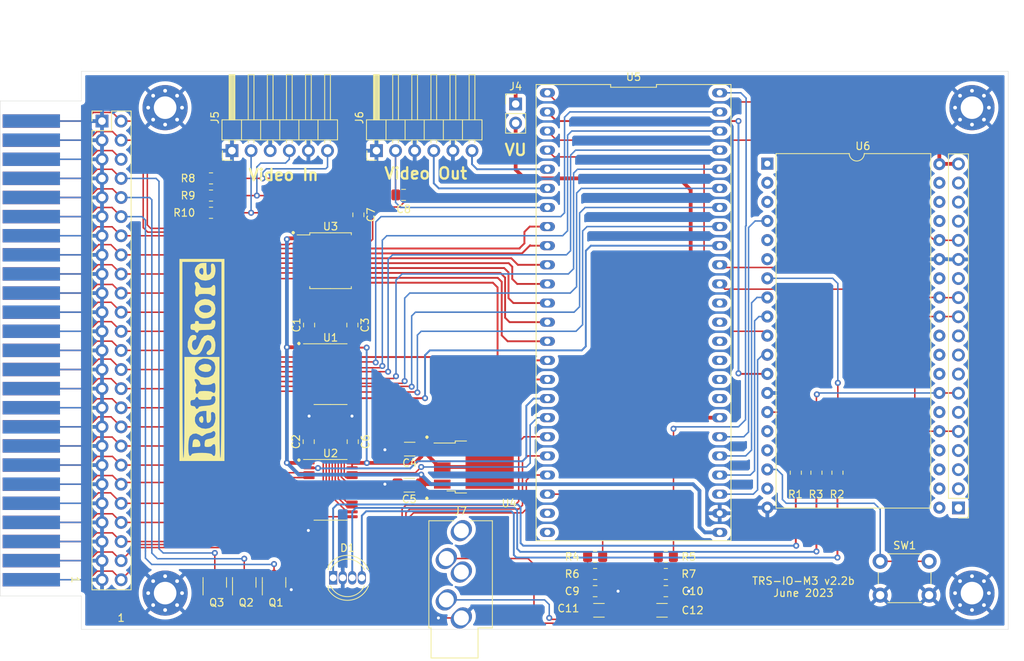
<source format=kicad_pcb>
(kicad_pcb (version 20211014) (generator pcbnew)
  (layers (0 "F.Cu" signal) (31 "B.Cu" signal) (34 "B.Paste" user) (35 "F.Paste" user) (36 "B.SilkS" user "B.Silkscreen") (37 "F.SilkS" user "F.Silkscreen") (38 "B.Mask" user) (39 "F.Mask" user) (44 "Edge.Cuts" user))
  (net 0 "")
  (net 1 "+5V")
  (net 2 "GND")
  (net 3 "+3V3")
  (net 4 "VIDEO_O")
  (net 5 "_IN")
  (net 6 "_OUT")
  (net 7 "_RESET")
  (net 8 "_IOINT")
  (net 9 "_IOWAIT")
  (net 10 "_EXTIOSEL")
  (net 11 "NC")
  (net 12 "_M1")
  (net 13 "_IORQ")
  (net 19 "A2D5")
  (net 20 "D4")
  (net 21 "A0D7")
  (net 22 "D7")
  (net 23 "A1D6")
  (net 24 "D1")
  (net 26 "D6")
  (net 27 "A0")
  (net 28 "D3")
  (net 29 "A1")
  (net 30 "D5")
  (net 31 "D0")
  (net 32 "A4")
  (net 33 "D2")
  (net 35 "A3")
  (net 36 "A5")
  (net 37 "A7")
  (net 38 "A6")
  (net 40 "A2")
  (net 41 "WAIT")
  (net 42 "+1V8")
  (net 43 "VIDEO")
  (net 44 "VSYNC")
  (net 45 "HSYNC")
  (net 46 "VSYNC_O")
  (net 47 "ESP_S0")
  (net 48 "ESP_S1")
  (net 49 "SCK")
  (net 50 "MOSI")
  (net 51 "HSYNC_O")
  (net 52 "EXTIOSEL")
  (net 53 "A3D4")
  (net 54 "A4D3")
  (net 55 "A5D2")
  (net 56 "READ_N")
  (net 57 "MISO")
  (net 58 "A6D1")
  (net 59 "A7D0")
  (net 60 "ABUS_SEL_N")
  (net 61 "_INX")
  (net 62 "_OUTX")
  (net 63 "_RESETX")
  (net 64 "_M1X")
  (net 65 "_IORQX")
  (net 66 "HSYNCX")
  (net 67 "VSYNCX")
  (net 76 "DBUS_SEL_N")
  (net 77 "BUTTON")
  (net 78 "LED_GREEN")
  (net 79 "LED_BLUE")
  (net 80 "LED_RED")
  (net 81 "Net-(D1-Pad4)")
  (net 82 "Net-(D1-Pad3)")
  (net 83 "Net-(D1-Pad1)")
  (net 85 "CS_SD_CARD")
  (net 87 "VU")
  (net 88 "VIDEOX")
  (net 89 "INT")
  (net 90 "DONE")
  (net 92 "CS_FPGA")
  (net 93 "ESP_S2")
  (net 96 "REQ")
  (net 101 "Net-(C11-Pad2)")
  (net 104 "Net-(C10-Pad1)")
  (net 110 "Net-(C11-Pad1)")
  (net 111 "Net-(C12-Pad1)")
  (net 112 "CASS_OUT_LEFT")
  (net 113 "CASS_OUT_RIGHT")
  (footprint "MountingHole:MountingHole_3mm_Pad_Via" (layer "F.Cu") (at 124.714 60.96)
    (fp_text reference "H1" hide)
    (fp_text value "MountingHole_Pad")
  )
  (footprint "MountingHole:MountingHole_3mm_Pad_Via" (layer "F.Cu") (at 231.95 60.96)
    (fp_text reference "H2" hide)
    (fp_text value "MountingHole_Pad")
  )
  (footprint "MountingHole:MountingHole_3mm_Pad_Via" (layer "F.Cu") (at 124.714 125.476)
    (fp_text reference "H3" hide)
    (fp_text value "MountingHole_Pad")
  )
  (footprint "MountingHole:MountingHole_3mm_Pad_Via" (layer "F.Cu") (at 231.95 125.476)
    (fp_text reference "H4" hide)
    (fp_text value "MountingHole_Pad")
  )
  (footprint "Resistor_SMD:R_0805_2012Metric_Pad1.20x1.40mm_HandSolder" (layer "F.Cu") (at 130.81 72.644 180)
    (fp_text reference "R9")
    (fp_text value "10K")
  )
  (footprint "Resistor_SMD:R_0805_2012Metric_Pad1.20x1.40mm_HandSolder" (layer "F.Cu") (at 130.81 70.358 180)
    (fp_text reference "R8")
    (fp_text value "10K")
  )
  (footprint "Resistor_SMD:R_0805_2012Metric_Pad1.20x1.40mm_HandSolder" (layer "F.Cu") (at 208.534 109.474 -90)
    (fp_text reference "R1")
    (fp_text value "100")
  )
  (footprint "Resistor_SMD:R_0805_2012Metric_Pad1.20x1.40mm_HandSolder" (layer "F.Cu") (at 214.068 109.474 -90)
    (fp_text reference "R2")
    (fp_text value "100")
  )
  (footprint "Connector_PinHeader_2.54mm:PinHeader_1x06_P2.54mm_Horizontal" (layer "F.Cu") (at 133.6 66.675 90)
    (fp_text reference "J5")
    (fp_text value "Conn_01x06_Male")
  )
  (footprint "Capacitor_SMD:C_0805_2012Metric_Pad1.18x1.45mm_HandSolder" (layer "F.Cu") (at 149.65 105.35 -90)
    (fp_text reference "C6")
    (fp_text value "0.1uF")
  )
  (footprint "TRS-IO-M1:DIP-48_W22.9mm" (layer "F.Cu") (at 186.97 88.195 -90)
    (fp_text reference "U5")
    (fp_text value "Tango_Nano_9K")
  )
  (footprint "Capacitor_SMD:C_0805_2012Metric_Pad1.18x1.45mm_HandSolder" (layer "F.Cu") (at 143.85 89.85 90)
    (fp_text reference "C1")
    (fp_text value "0.1uF")
  )
  (footprint "Capacitor_SMD:C_0805_2012Metric_Pad1.18x1.45mm_HandSolder" (layer "F.Cu") (at 150.4 75.2 -90)
    (fp_text reference "C7")
    (fp_text value "0.1uF")
  )
  (footprint "Package_TO_SOT_SMD:TO-252-3_TabPin2" (layer "F.Cu") (at 165.744 108.713)
    (fp_text reference "U4")
    (fp_text value "LD1117DT18TR")
  )
  (footprint "Package_SO:TSSOP-24_4.4x7.8mm_P0.65mm" (layer "F.Cu") (at 146.7 111.75)
    (fp_text reference "U2")
    (fp_text value "SN74LVCH8T245")
  )
  (footprint "Capacitor_SMD:C_0805_2012Metric_Pad1.18x1.45mm_HandSolder" (layer "F.Cu") (at 149.6 89.85 -90)
    (fp_text reference "C3")
    (fp_text value "0.1uF")
  )
  (footprint "TRS-IO-M3:Jack_3.5mm_CUI_SJ1-3535NG_Horizontal_CircularHoles" (layer "F.Cu") (at 164.084 128.778 180)
    (fp_text reference "J7")
    (fp_text value "AudioJack3")
  )
  (footprint "Package_TO_SOT_SMD:SOT-23" (layer "F.Cu") (at 135.2296 124.0536 90)
    (fp_text reference "Q2")
    (fp_text value "2N7002")
  )
  (footprint "Resistor_SMD:R_0805_2012Metric_Pad1.20x1.40mm_HandSolder" (layer "F.Cu") (at 191.262 122.936)
    (fp_text reference "R7")
    (fp_text value "150R")
  )
  (footprint "Capacitor_SMD:C_1206_3216Metric_Pad1.33x1.80mm_HandSolder" (layer "F.Cu") (at 157.219 106.338 180)
    (fp_text reference "C4")
    (fp_text value "10u")
  )
  (footprint "Connector_PinHeader_2.54mm:PinHeader_1x02_P2.54mm_Vertical" (layer "F.Cu") (at 171.3 60.475)
    (fp_text reference "J4")
    (fp_text value "Conn_01x02_Male")
  )
  (footprint "Capacitor_SMD:C_1206_3216Metric_Pad1.33x1.80mm_HandSolder" (layer "F.Cu") (at 190.754 127.762 180)
    (fp_text reference "C12")
    (fp_text value "10U")
  )
  (footprint "TRS-IO-M1:DIP-38_W22.9mm" (layer "F.Cu") (at 204.75 68.4)
    (fp_text reference "U6")
    (fp_text value "HiLetgo-ESP-32S")
  )
  (footprint "Capacitor_SMD:C_0805_2012Metric_Pad1.18x1.45mm_HandSolder" (layer "F.Cu") (at 181.864 125.222)
    (fp_text reference "C9")
    (fp_text value "100N")
  )
  (footprint "TRS-IO:EDGE50" (layer "F.Cu") (at 106.934 84.963 -90)
    (fp_text reference "J1" hide)
    (fp_text value "Conn_02x25_Odd_Even")
  )
  (footprint "Package_TO_SOT_SMD:SOT-23" (layer "F.Cu") (at 139.192 124.0536 90)
    (fp_text reference "Q1")
    (fp_text value "2N7002")
  )
  (footprint "LOGO" (layer "F.Cu") (at 129.54 94.488 90)
    (fp_text reference "G1" hide)
    (fp_text value "LOGO" hide)
  )
  (footprint "Connector_PinHeader_2.54mm:PinHeader_1x06_P2.54mm_Horizontal" (layer "F.Cu") (at 152.8 66.675 90)
    (fp_text reference "J6")
    (fp_text value "Conn_01x06_Male")
  )
  (footprint "Resistor_SMD:R_0805_2012Metric_Pad1.20x1.40mm_HandSolder" (layer "F.Cu") (at 211.274 109.474 -90)
    (fp_text reference "R3")
    (fp_text value "100")
  )
  (footprint "Capacitor_SMD:C_0805_2012Metric_Pad1.18x1.45mm_HandSolder" (layer "F.Cu") (at 191.262 125.222)
    (fp_text reference "C10")
    (fp_text value "100N")
  )
  (footprint "Resistor_SMD:R_0805_2012Metric_Pad1.20x1.40mm_HandSolder" (layer "F.Cu") (at 181.864 120.65)
    (fp_text reference "R4")
    (fp_text value "270R")
  )
  (footprint "Resistor_SMD:R_0805_2012Metric_Pad1.20x1.40mm_HandSolder" (layer "F.Cu") (at 181.864 122.936)
    (fp_text reference "R6")
    (fp_text value "150R")
  )
  (footprint "LED_THT:LED_D5.0mm-4_RGB" (layer "F.Cu") (at 147.0456 123.444)
    (fp_text reference "D1")
    (fp_text value "LED_RCBG")
  )
  (footprint "Resistor_SMD:R_0805_2012Metric_Pad1.20x1.40mm_HandSolder" (layer "F.Cu") (at 191.262 120.65)
    (fp_text reference "R5")
    (fp_text value "270R")
  )
  (footprint "TRS-IO:Pin_Header_Straight_2x25_Pitch2.54mm" (layer "F.Cu") (at 116.327 62.743)
    (fp_text reference "J2" hide)
    (fp_text value "Conn_02x25_Odd_Even")
  )
  (footprint "Capacitor_SMD:C_1206_3216Metric_Pad1.33x1.80mm_HandSolder" (layer "F.Cu") (at 182.372 127.762 180)
    (fp_text reference "C11")
    (fp_text value "10U")
  )
  (footprint "Capacitor_SMD:C_0805_2012Metric_Pad1.18x1.45mm_HandSolder" (layer "F.Cu") (at 143.8 105.35 90)
    (fp_text reference "C2")
    (fp_text value "0.1uF")
  )
  (footprint "Button_Switch_THT:SW_PUSH_6mm_H9.5mm" (layer "F.Cu") (at 226.25 125.75 180)
    (fp_text reference "SW1")
    (fp_text value "SW_Push")
  )
  (footprint "Package_SO:TSSOP-24_4.4x7.8mm_P0.65mm" (layer "F.Cu") (at 146.7 96.375)
    (fp_text reference "U1")
    (fp_text value "SN74LVCH8T245")
  )
  (footprint "Capacitor_SMD:C_1206_3216Metric_Pad1.33x1.80mm_HandSolder" (layer "F.Cu") (at 157.169 111.138 180)
    (fp_text reference "C5")
    (fp_text value "100u")
  )
  (footprint "Capacitor_SMD:C_0805_2012Metric_Pad1.18x1.45mm_HandSolder" (layer "F.Cu") (at 156.4125 72.55)
    (fp_text reference "C8")
    (fp_text value "100")
  )
  (footprint "TRS-IO-M3:SSOP-20_5.3x7.2mm_P0.65mm_slim" (layer "F.Cu") (at 146.7 81.3)
    (fp_text reference "U3")
    (fp_text value "74LVC245")
  )
  (footprint "Connector_PinHeader_2.54mm:PinHeader_1x19_P2.54mm_Vertical" (layer "F.Cu") (at 230.15 114.15 180)
    (fp_text reference "J3" hide)
    (fp_text value "Conn_01x19")
  )
  (footprint "Resistor_SMD:R_0805_2012Metric_Pad1.20x1.40mm_HandSolder" (layer "F.Cu") (at 130.81 74.93 180)
    (fp_text reference "R10")
    (fp_text value "10K")
  )
  (footprint "Package_TO_SOT_SMD:SOT-23" (layer "F.Cu") (at 131.318 124.0536 90)
    (fp_text reference "Q3")
    (fp_text value "2N7002")
  )
  (gr_line (start 113.5888 130.302) (end 236.776 130.302) (layer "Edge.Cuts") (width 0.05))
  (gr_line (start 102.7938 125.857) (end 102.7938 60.071) (layer "Edge.Cuts") (width 0.05))
  (gr_line (start 113.5889 60.071) (end 113.5889 56.134) (layer "Edge.Cuts") (width 0.05))
  (gr_line (start 236.776 56.134) (end 236.776 130.302) (layer "Edge.Cuts") (width 0.05))
  (gr_line (start 113.589 56.134) (end 236.776 56.134) (layer "Edge.Cuts") (width 0.05))
  (gr_line (start 113.5888 125.857) (end 113.5888 130.302) (layer "Edge.Cuts") (width 0.05))
  (gr_line (start 102.7938 125.857) (end 113.5888 125.857) (layer "Edge.Cuts") (width 0.05))
  (gr_line (start 102.7938 60.071) (end 113.5888 60.071) (layer "Edge.Cuts") (width 0.05))
  (gr_text "1" (at 112.776 123.698 270) (layer "F.SilkS") (effects (font (size 1 1))))
  (gr_text "." (at 142.494 91.694) (layer "F.SilkS") (effects (font (size 1.5 1.5) (thickness 0.3)) (justify mirror)))
  (gr_text "." (at 141.732 76.962) (layer "F.SilkS") (effects (font (size 1.5 1.5) (thickness 0.3)) (justify mirror)))
  (gr_text "." (at 159.506757 112.268) (layer "F.SilkS") (effects (font (size 1.5 1.5) (thickness 0.3)) (justify mirror)))
  (gr_text "." (at 142.494 107.188) (layer "F.SilkS") (effects (font (size 1.5 1.5) (thickness 0.3)) (justify mirror)))
  (gr_text "Video Out" (at 159.35 69.7) (layer "F.SilkS") (effects (font (size 1.5 1.5) (thickness 0.3))))
  (gr_text "TRS-IO-M3 v2.2b\nJune 2023" (at 209.55 124.6632) (layer "F.SilkS") (effects (font (size 1 1))))
  (gr_text "Video In" (at 140.45 69.9) (layer "F.SilkS") (effects (font (size 1.5 1.5) (thickness 0.3))))
  (gr_text "1" (at 118.872 128.778) (layer "F.SilkS") (effects (font (size 1 1))))
  (gr_text "." (at 159.512 104.14) (layer "F.SilkS") (effects (font (size 1.5 1.5) (thickness 0.3)) (justify mirror)))
  (gr_text "VU" (at 171.3 66.571) (layer "F.SilkS") (effects (font (size 1.5 1.5) (thickness 0.3))))
  (segment (start 171.3 60.475) (end 171.3 58.57) (width 0.50038) (layer "F.Cu") (net 1))
  (segment (start 230.15 68.43) (end 227.6435 68.43) (width 0.50038) (layer "F.Cu") (net 1))
  (segment (start 226.06 57.404) (end 227.61 58.954) (width 0.50038) (layer "F.Cu") (net 1))
  (segment (start 172.466 57.404) (end 226.06 57.404) (width 0.50038) (layer "F.Cu") (net 1))
  (segment (start 227.6435 68.43) (end 227.61 68.4635) (width 0.50038) (layer "F.Cu") (net 1))
  (segment (start 171.3 58.57) (end 172.466 57.404) (width 0.50038) (layer "F.Cu") (net 1))
  (segment (start 227.61 58.954) (end 227.61 68.4635) (width 0.50038) (layer "F.Cu") (net 1))
  (segment (start 192.262 125.1845) (end 192.2995 125.222) (width 0.2) (layer "F.Cu") (net 2))
  (segment (start 149.5625 101.9375) (end 149.55 101.95) (width 0.2) (layer "F.Cu") (net 2))
  (segment (start 149.5625 99.95) (end 149.5625 101.9375) (width 0.2) (layer "F.Cu") (net 2))
  (segment (start 143.8 104.3125) (end 143.8 102) (width 0.2) (layer "F.Cu") (net 2))
  (segment (start 130.429 66.675) (end 133.6 66.675) (width 0.2) (layer "F.Cu") (net 2))
  (segment (start 155.956 104.394) (end 155.6565 104.6935) (width 0.2) (layer "F.Cu") (net 2))
  (segment (start 150.4 74.1625) (end 155.8375 74.1625) (width 0.2) (layer "F.Cu") (net 2))
  (segment (start 129.81 70.358) (end 129.81 67.294) (width 0.2) (layer "F.Cu") (net 2))
  (segment (start 143.8375 115.325) (end 149.5625 115.325) (width 0.2) (layer "F.Cu") (net 2))
  (segment (start 134.605449 123.9012) (end 135.695349 124.9911) (width 0.25) (layer "F.Cu") (net 2))
  (segment (start 129.81 72.644) (end 129.81 74.93) (width 0.2) (layer "F.Cu") (net 2))
  (segment (start 155.6565 106.338) (end 154.012 106.338) (width 0.2) (layer "F.Cu") (net 2))
  (segment (start 136.1796 124.9911) (end 137.2695 123.9012) (width 0.25) (layer "F.Cu") (net 2))
  (segment (start 164.084 128.778) (end 161.036 128.778) (width 0.2) (layer "F.Cu") (net 2))
  (segment (start 150.2 79.025) (end 147.1366 79.025) (width 0.2) (layer "F.Cu") (net 2))
  (segment (start 139.657749 124.9911) (end 140.142 124.9911) (width 0.25) (layer "F.Cu") (net 2))
  (segment (start 143.8375 99.3) (end 143.8375 99.95) (width 0.2) (layer "F.Cu") (net 2))
  (segment (start 143.8375 101.9375) (end 143.85 101.95) (width 0.2) (layer "F.Cu") (net 2))
  (segment (start 154.064 111.138) (end 153.924 110.998) (width 0.2) (layer "F.Cu") (net 2))
  (segment (start 129.81 70.358) (end 129.81 72.644) (width 0.2) (layer "F.Cu") (net 2))
  (segment (start 143.2 88.1625) (end 143.85 88.8125) (width 0.2) (layer "F.Cu") (net 2))
  (segment (start 135.695349 124.9911) (end 136.1796 124.9911) (width 0.25) (layer "F.Cu") (net 2))
  (segment (start 149.65 104.3125) (end 149.65 102.05) (width 0.2) (layer "F.Cu") (net 2))
  (segment (start 143.8375 117.0625) (end 143.75 117.15) (width 0.2) (layer "F.Cu") (net 2))
  (segment (start 138.567849 123.9012) (end 139.657749 124.9911) (width 0.25) (layer "F.Cu") (net 2))
  (segment (start 155.6065 111.138) (end 154.064 111.138) (width 0.2) (layer "F.Cu") (net 2))
  (segment (start 192.262 122.936) (end 192.262 125.1845) (width 0.2) (layer "F.Cu") (net 2))
  (segment (start 182.864 122.936) (end 182.864 125.1845) (width 0.2) (layer "F.Cu") (net 2))
  (segment (start 161.29 104.394) (end 155.956 104.394) (width 0.2) (layer "F.Cu") (net 2))
  (segment (start 192.2995 125.222) (end 194.31 125.222) (width 0.2) (layer "F.Cu") (net 2))
  (segment (start 151.725 79.025) (end 152.3 78.45) (width 0.2) (layer "F.Cu") (net 2))
  (segment (start 182.9015 125.222) (end 184.912 125.222) (width 0.2) (layer "F.Cu") (net 2))
  (segment (start 157.88 72.12) (end 157.88 66.675) (width 0.2) (layer "F.Cu") (net 2))
  (segment (start 182.864 125.1845) (end 182.9015 125.222) (width 0.2) (layer "F.Cu") (net 2))
  (segment (start 143.8 102) (end 143.85 101.95) (width 0.2) (layer "F.Cu") (net 2))
  (segment (start 149.65 102.05) (end 149.55 101.95) (width 0.2) (layer "F.Cu") (net 2))
  (segment (start 149.6 88.8125) (end 143.85 88.8125) (width 0.2) (layer "F.Cu") (net 2))
  (segment (start 147.1366 79.025) (end 146.65 79.5116) (width 0.2) (layer "F.Cu") (net 2))
  (segment (start 155.8375 74.1625) (end 157.45 72.55) (width 0.2) (layer "F.Cu") (net 2))
  (segment (start 141.4503 124.9911) (end 141.478 125.0188) (width 0.25) (layer "F.Cu") (net 2))
  (segment (start 132.268 124.9911) (end 133.3579 123.9012) (width 0.25) (layer "F.Cu") (net 2))
  (segment (start 129.81 67.294) (end 130.429 66.675) (width 0.2) (layer "F.Cu") (net 2))
  (segment (start 143.8375 114.675) (end 143.8375 115.325) (width 0.2) (layer "F.Cu") (net 2))
  (segment (start 155.6565 104.6935) (end 155.6565 106.338) (width 0.2) (layer "F.Cu") (net 2))
  (segment (start 146.65 79.5116) (end 146.65 83.728) (width 0.2) (layer "F.Cu") (net 2))
  (segment (start 143.8375 115.325) (end 143.8375 117.0625) (width 0.2) (layer "F.Cu") (net 2))
  (segment (start 152.3 74.8) (end 151.6625 74.1625) (width 0.2) (layer "F.Cu") (net 2))
  (segment (start 157.45 72.55) (end 157.88 72.12) (width 0.2) (layer "F.Cu") (net 2))
  (segment (start 161.544 106.433) (end 161.544 104.648) (width 0.2) (layer "F.Cu") (net 2))
  (segment (start 152.3 78.45) (end 152.3 74.8) (width 0.2) (layer "F.Cu") (net 2))
  (segment (start 146.65 83.728) (end 146.153 84.225) (width 0.2) (layer "F.Cu") (net 2))
  (segment (start 146.153 84.225) (end 143.2 84.225) (width 0.2) (layer "F.Cu") (net 2))
  (segment (start 161.544 104.648) (end 161.29 104.394) (width 0.2) (layer "F.Cu") (net 2))
  (segment (start 143.8375 99.95) (end 143.8375 101.9375) (width 0.2) (layer "F.Cu") (net 2))
  (segment (start 140.142 124.9911) (end 141.4503 124.9911) (width 0.25) (layer "F.Cu") (net 2))
  (segment (start 143.2 84.225) (end 143.2 88.1625) (width 0.2) (layer "F.Cu") (net 2))
  (segment (start 150.2 79.025) (end 151.725 79.025) (width 0.2) (layer "F.Cu") (net 2))
  (segment (start 154.012 106.338) (end 153.924 106.426) (width 0.2) (layer "F.Cu") (net 2))
  (segment (start 151.6625 74.1625) (end 150.4 74.1625) (width 0.2) (layer "F.Cu") (net 2))
  (segment (start 137.2695 123.9012) (end 138.567849 123.9012) (width 0.25) (layer "F.Cu") (net 2))
  (segment (start 133.3579 123.9012) (end 134.605449 123.9012) (width 0.25) (layer "F.Cu") (net 2))
  (via (at 149.55 101.95) (size 0.8) (drill 0.4) (layers "F.Cu" "B.Cu") (net 2))
  (via (at 184.912 125.222) (size 0.8) (drill 0.4) (layers "F.Cu" "B.Cu") (net 2))
  (via (at 143.75 117.15) (size 0.8) (drill 0.4) (layers "F.Cu" "B.Cu") (net 2))
  (via (at 153.924 110.998) (size 0.8) (drill 0.4) (layers "F.Cu" "B.Cu") (net 2))
  (via (at 161.036 128.778) (size 0.8) (drill 0.4) (layers "F.Cu" "B.Cu") (net 2))
  (via (at 153.924 106.426) (size 0.8) (drill 0.4) (layers "F.Cu" "B.Cu") (net 2))
  (via (at 194.31 125.222) (size 0.8) (drill 0.4) (layers "F.Cu" "B.Cu") (net 2))
  (via (at 141.478 125.0188) (size 0.8) (drill 0.4) (layers "F.Cu" "B.Cu") (net 2))
  (via (at 143.85 101.95) (size 0.8) (drill 0.4) (layers "F.Cu" "B.Cu") (net 2))
  (segment (start 116.322 88.138) (end 116.327 88.143) (width 0.2) (layer "B.Cu") (net 2))
  (segment (start 106.934 77.978) (end 116.322 77.978) (width 0.2) (layer "B.Cu") (net 2))
  (segment (start 106.934 93.218) (end 116.322 93.218) (width 0.2) (layer "B.Cu") (net 2))
  (segment (start 106.934 80.518) (end 116.322 80.518) (width 0.2) (layer "B.Cu") (net 2))
  (segment (start 116.322 98.298) (end 116.327 98.303) (width 0.2) (layer "B.Cu") (net 2))
  (segment (start 106.934 95.758) (end 116.322 95.758) (width 0.2) (layer "B.Cu") (net 2))
  (segment (start 106.934 113.538) (end 116.322 113.538) (width 0.2) (layer "B.Cu") (net 2))
  (segment (start 116.322 123.698) (end 116.327 123.703) (width 0.2) (layer "B.Cu") (net 2))
  (segment (start 116.322 108.458) (end 116.327 108.463) (width 0.2) (layer "B.Cu") (net 2))
  (segment (start 106.934 65.278) (end 116.322 65.278) (width 0.2) (layer "B.Cu") (net 2))
  (segment (start 106.934 72.898) (end 116.322 72.898) (width 0.2) (layer "B.Cu") (net 2))
  (segment (start 116.322 105.918) (end 116.327 105.923) (width 0.2) (layer "B.Cu") (net 2))
  (segment (start 106.934 98.298) (end 116.322 98.298) (width 0.2) (layer "B.Cu") (net 2))
  (segment (start 106.934 62.738) (end 116.322 62.738) (width 0.2) (layer "B.Cu") (net 2))
  (segment (start 106.934 83.058) (end 116.322 83.058) (width 0.2) (layer "B.Cu") (net 2))
  (segment (start 106.934 75.438) (end 116.322 75.438) (width 0.2) (layer "B.Cu") (net 2))
  (segment (start 106.934 67.818) (end 116.322 67.818) (width 0.2) (layer "B.Cu") (net 2))
  (segment (start 116.322 85.598) (end 116.327 85.603) (width 0.2) (layer "B.Cu") (net 2))
  (segment (start 116.322 118.618) (end 116.327 118.623) (width 0.2) (layer "B.Cu") (net 2))
  (segment (start 116.322 67.818) (end 116.327 67.823) (width 0.2) (layer "B.Cu") (net 2))
  (segment (start 116.322 72.898) (end 116.327 72.903) (width 0.2) (layer "B.Cu") (net 2))
  (segment (start 106.934 108.458) (end 116.322 108.458) (width 0.2) (layer "B.Cu") (net 2))
  (segment (start 116.322 80.518) (end 116.327 80.523) (width 0.2) (layer "B.Cu") (net 2))
  (segment (start 106.934 103.378) (end 116.322 103.378) (width 0.2) (layer "B.Cu") (net 2))
  (segment (start 116.322 83.058) (end 116.327 83.063) (width 0.2) (layer "B.Cu") (net 2))
  (segment (start 106.934 88.138) (end 116.322 88.138) (width 0.2) (layer "B.Cu") (net 2))
  (segment (start 106.934 118.618) (end 116.322 118.618) (width 0.2) (layer "B.Cu") (net 2))
  (segment (start 116.322 121.158) (end 116.327 121.163) (width 0.2) (layer "B.Cu") (net 2))
  (segment (start 116.322 110.998) (end 116.327 111.003) (width 0.2) (layer "B.Cu") (net 2))
  (segment (start 106.934 105.918) (end 116.322 105.918) (width 0.2) (layer "B.Cu") (net 2))
  (segment (start 116.322 65.278) (end 116.327 65.283) (width 0.2) (layer "B.Cu") (net 2))
  (segment (start 116.322 113.538) (end 116.327 113.543) (width 0.2) (layer "B.Cu") (net 2))
  (segment (start 106.934 123.698) (end 116.322 123.698) (width 0.2) (layer "B.Cu") (net 2))
  (segment (start 116.322 116.078) (end 116.327 116.083) (width 0.2) (layer "B.Cu") (net 2))
  (segment (start 116.322 75.438) (end 116.327 75.443) (width 0.2) (layer "B.Cu") (net 2))
  (segment (start 116.322 103.378) (end 116.327 103.383) (width 0.2) (layer "B.Cu") (net 2))
  (segment (start 106.934 100.838) (end 116.322 100.838) (width 0.2) (layer "B.Cu") (net 2))
  (segment (start 116.322 100.838) (end 116.327 100.843) (width 0.2) (layer "B.Cu") (net 2))
  (segment (start 106.934 85.598) (end 116.322 85.598) (width 0.2) (layer "B.Cu") (net 2))
  (segment (start 116.322 90.678) (end 116.327 90.683) (width 0.2) (layer "B.Cu") (net 2))
  (segment (start 106.934 116.078) (end 116.322 116.078) (width 0.2) (layer "B.Cu") (net 2))
  (segment (start 116.322 93.218) (end 116.327 93.223) (width 0.2) (layer "B.Cu") (net 2))
  (segment (start 116.322 70.358) (end 116.327 70.363) (width 0.2) (layer "B.Cu") (net 2))
  (segment (start 106.934 90.678) (end 116.322 90.678) (width 0.2) (layer "B.Cu") (net 2))
  (segment (start 116.322 62.738) (end 116.327 62.743) (width 0.2) (layer "B.Cu") (net 2))
  (segment (start 116.322 95.758) (end 116.327 95.763) (width 0.2) (layer "B.Cu") (net 2))
  (segment (start 116.322 77.978) (end 116.327 77.983) (width 0.2) (layer "B.Cu") (net 2))
  (segment (start 106.934 70.358) (end 116.322 70.358) (width 0.2) (layer "B.Cu") (net 2))
  (segment (start 106.934 110.998) (end 116.322 110.998) (width 0.2) (layer "B.Cu") (net 2))
  (segment (start 106.934 121.158) (end 116.322 121.158) (width 0.2) (layer "B.Cu") (net 2))
  (segment (start 143.8375 92.8) (end 143.8375 93.45) (width 0.50038) (layer "F.Cu") (net 3))
  (segment (start 150.4 78.175) (end 150.25019 78.32481) (width 0.50038) (layer "F.Cu") (net 3))
  (segment (start 150.4 76.2375) (end 150.4 78.175) (width 0.50038) (layer "F.Cu") (net 3))
  (segment (start 143.85 92.7875) (end 143.8375 92.8) (width 0.50038) (layer "F.Cu") (net 3))
  (segment (start 140.9 78.45) (end 141.02519 78.32481) (width 0.50038) (layer "F.Cu") (net 3))
  (segment (start 161.544 110.993) (end 158.8765 110.993) (width 0.50038) (layer "F.Cu") (net 3))
  (segment (start 140.925 108.175) (end 140.9 108.15) (width 0.50038) (layer "F.Cu") (net 3))
  (segment (start 158.75 111.1195) (end 158.7315 111.138) (width 0.50038) (layer "F.Cu") (net 3))
  (segment (start 141.02519 78.32481) (end 143.14981 78.32481) (width 0.50038) (layer "F.Cu") (net 3))
  (segment (start 143.85 90.8875) (end 143.85 92.7875) (width 0.50038) (layer "F.Cu") (net 3))
  (segment (start 143.8 108.1375) (end 143.8375 108.175) (width 0.50038) (layer "F.Cu") (net 3))
  (segment (start 158.75 109.728) (end 158.75 111.1195) (width 0.50038) (layer "F.Cu") (net 3))
  (segment (start 150.2 78.375) (end 143.2 78.375) (width 0.2) (layer "F.Cu") (net 3))
  (segment (start 143.8375 108.175) (end 140.925 108.175) (width 0.50038) (layer "F.Cu") (net 3))
  (segment (start 150.25019 78.32481) (end 150.2 78.32481) (width 0.50038) (layer "F.Cu") (net 3))
  (segment (start 143.8 106.3875) (end 143.8 108.1375) (width 0.50038) (layer "F.Cu") (net 3))
  (segment (start 143.8375 92.8) (end 140.9 92.8) (width 0.50038) (layer "F.Cu") (net 3))
  (via (at 158.75 109.728) (size 0.8) (drill 0.4) (layers "F.Cu" "B.Cu") (net 3))
  (via (at 140.9 78.45) (size 0.8) (drill 0.4) (layers "F.Cu" "B.Cu") (net 3))
  (via (at 140.9 92.8) (size 0.8) (drill 0.4) (layers "F.Cu" "B.Cu") (net 3))
  (via (at 140.9 108.15) (size 0.8) (drill 0.4) (layers "F.Cu" "B.Cu") (net 3))
  (segment (start 196.4498 117.405) (end 198.42 117.405) (width 0.50038) (layer "B.Cu") (net 3))
  (segment (start 142.478 109.728) (end 142.494 109.728) (width 0.50038) (layer "B.Cu") (net 3))
  (segment (start 194.8688 110.998) (end 195.7324 111.8616) (width 0.50038) (layer "B.Cu") (net 3))
  (segment (start 158.75 109.728) (end 160.02 110.998) (width 0.50038) (layer "B.Cu") (net 3))
  (segment (start 195.7324 111.8616) (end 195.7324 116.6876) (width 0.50038) (layer "B.Cu") (net 3))
  (segment (start 195.7324 116.6876) (end 196.4498 117.405) (width 0.50038) (layer "B.Cu") (net 3))
  (segment (start 160.02 110.998) (end 194.8688 110.998) (width 0.50038) (layer "B.Cu") (net 3))
  (segment (start 140.9 92.8) (end 140.9 78.45) (width 0.50038) (layer "B.Cu") (net 3))
  (segment (start 142.494 109.728) (end 158.75 109.728) (width 0.50038) (layer "B.Cu") (net 3))
  (segment (start 140.9 108.15) (end 142.478 109.728) (width 0.50038) (layer "B.Cu") (net 3))
  (segment (start 140.9 108.15) (end 140.9 92.8) (width 0.50038) (layer "B.Cu") (net 3))
  (segment (start 155.34 72.515) (end 155.34 66.675) (width 0.2) (layer "F.Cu") (net 4))
  (segment (start 155.375 72.55) (end 155.34 72.515) (width 0.2) (layer "F.Cu") (net 4))
  (segment (start 156.013 74.225) (end 175.52 74.225) (width 0.2) (layer "B.Cu") (net 4))
  (segment (start 155.34 66.675) (end 155.34 73.552) (width 0.2) (layer "B.Cu") (net 4))
  (segment (start 155.34 73.552) (end 156.013 74.225) (width 0.2) (layer "B.Cu") (net 4))
  (segment (start 117.637367 81.833367) (end 118.867 83.063) (width 0.2) (layer "F.Cu") (net 5))
  (segment (start 134.963 83.063) (end 135.575 83.675) (width 0.2) (layer "F.Cu") (net 5))
  (segment (start 106.934 83.058) (end 114.558 83.058) (width 0.2) (layer "F.Cu") (net 5))
  (segment (start 114.558 83.058) (end 115.782633 81.833367) (width 0.2) (layer "F.Cu") (net 5))
  (segment (start 118.867 83.063) (end 134.963 83.063) (width 0.2) (layer "F.Cu") (net 5))
  (segment (start 135.575 83.675) (end 142.925 83.675) (width 0.2) (layer "F.Cu") (net 5))
  (segment (start 115.782633 81.833367) (end 117.637367 81.833367) (width 0.2) (layer "F.Cu") (net 5))
  (segment (start 136.125 82.925) (end 143.2 82.925) (width 0.2) (layer "F.Cu") (net 6))
  (segment (start 106.934 80.518) (end 114.532 80.518) (width 0.2) (layer "F.Cu") (net 6))
  (segment (start 117.507367 79.163367) (end 118.867 80.523) (width 0.2) (layer "F.Cu") (net 6))
  (segment (start 118.867 80.523) (end 134.973 80.523) (width 0.2) (layer "F.Cu") (net 6))
  (segment (start 114.532 80.518) (end 115.886633 79.163367) (width 0.2) (layer "F.Cu") (net 6))
  (segment (start 134.973 80.523) (end 135.5 81.05) (width 0.2) (layer "F.Cu") (net 6))
  (segment (start 135.5 81.05) (end 135.5 82.3) (width 0.2) (layer "F.Cu") (net 6))
  (segment (start 135.5 82.3) (end 136.125 82.925) (width 0.2) (layer "F.Cu") (net 6))
  (segment (start 115.886633 79.163367) (end 117.507367 79.163367) (width 0.2) (layer "F.Cu") (net 6))
  (segment (start 114.522 77.978) (end 115.706633 76.793367) (width 0.2) (layer "F.Cu") (net 7))
  (segment (start 117.677367 76.793367) (end 118.867 77.983) (width 0.2) (layer "F.Cu") (net 7))
  (segment (start 118.867 77.983) (end 135.36 77.983) (width 0.2) (layer "F.Cu") (net 7))
  (segment (start 135.9 78.523) (end 135.9 81.65) (width 0.2) (layer "F.Cu") (net 7))
  (segment (start 115.706633 76.793367) (end 117.677367 76.793367) (width 0.2) (layer "F.Cu") (net 7))
  (segment (start 136.525 82.275) (end 143.2 82.275) (width 0.2) (layer "F.Cu") (net 7))
  (segment (start 135.36 77.983) (end 135.9 78.523) (width 0.2) (layer "F.Cu") (net 7))
  (segment (start 135.9 81.65) (end 136.525 82.275) (width 0.2) (layer "F.Cu") (net 7))
  (segment (start 106.934 77.978) (end 114.522 77.978) (width 0.2) (layer "F.Cu") (net 7))
  (segment (start 139.192 121.6152) (end 139.192 123.1161) (width 0.2) (layer "F.Cu") (net 8))
  (segment (start 114.512 75.438) (end 115.726633 74.223367) (width 0.2) (layer "F.Cu") (net 8))
  (segment (start 106.934 75.438) (end 114.512 75.438) (width 0.2) (layer "F.Cu") (net 8))
  (segment (start 115.726633 74.223367) (end 117.647367 74.223367) (width 0.2) (layer "F.Cu") (net 8))
  (segment (start 117.647367 74.223367) (end 118.867 75.443) (width 0.2) (layer "F.Cu") (net 8))
  (via (at 139.192 121.6152) (size 0.8) (drill 0.4) (layers "F.Cu" "B.Cu") (net 8))
  (segment (start 118.867 75.443) (end 121.643 75.443) (width 0.2) (layer "B.Cu") (net 8))
  (segment (start 122.1 75.9) (end 122.1 119.9) (width 0.2) (layer "B.Cu") (net 8))
  (segment (start 122.936 121.666) (end 139.1412 121.666) (width 0.2) (layer "B.Cu") (net 8))
  (segment (start 139.1412 121.666) (end 139.192 121.6152) (width 0.2) (layer "B.Cu") (net 8))
  (segment (start 121.643 75.443) (end 122.1 75.9) (width 0.2) (layer "B.Cu") (net 8))
  (segment (start 122.1 120.83) (end 122.936 121.666) (width 0.2) (layer "B.Cu") (net 8))
  (segment (start 122.1 119.9) (end 122.1 120.83) (width 0.2) (layer "B.Cu") (net 8))
  (segment (start 114.598 72.898) (end 115.743 71.753) (width 0.2) (layer "F.Cu") (net 9))
  (segment (start 135.2296 120.904) (end 135.2296 123.1161) (width 0.2) (layer "F.Cu") (net 9))
  (segment (start 115.743 71.753) (end 117.717 71.753) (width 0.2) (layer "F.Cu") (net 9))
  (segment (start 106.934 72.898) (end 114.598 72.898) (width 0.2) (layer "F.Cu") (net 9))
  (segment (start 117.717 71.753) (end 118.867 72.903) (width 0.2) (layer "F.Cu") (net 9))
  (via (at 135.2296 120.904) (size 0.8) (drill 0.4) (layers "F.Cu" "B.Cu") (net 9))
  (segment (start 123.444 120.65) (end 123.698 120.904) (width 0.2) (layer "B.Cu") (net 9))
  (segment (start 118.867 72.903) (end 122.653 72.903) (width 0.2) (layer "B.Cu") (net 9))
  (segment (start 122.95 119.7) (end 122.95 120.156) (width 0.2) (layer "B.Cu") (net 9))
  (segment (start 122.653 72.903) (end 122.95 73.2) (width 0.2) (layer "B.Cu") (net 9))
  (segment (start 123.698 120.904) (end 135.2296 120.904) (width 0.2) (layer "B.Cu") (net 9))
  (segment (start 122.95 120.156) (end 123.444 120.65) (width 0.2) (layer "B.Cu") (net 9))
  (segment (start 122.95 73.2) (end 122.95 119.7) (width 0.2) (layer "B.Cu") (net 9))
  (segment (start 131.318 120.142) (end 131.318 123.1161) (width 0.2) (layer "F.Cu") (net 10))
  (segment (start 106.934 70.358) (end 114.492 70.358) (width 0.2) (layer "F.Cu") (net 10))
  (segment (start 114.492 70.358) (end 115.7 69.15) (width 0.2) (layer "F.Cu") (net 10))
  (segment (start 115.7 69.15) (end 117.654 69.15) (width 0.2) (layer "F.Cu") (net 10))
  (segment (start 117.654 69.15) (end 118.867 70.363) (width 0.2) (layer "F.Cu") (net 10))
  (via (at 131.318 120.142) (size 0.8) (drill 0.4) (layers "F.Cu" "B.Cu") (net 10))
  (segment (start 123.9 119.582) (end 124.206 119.888) (width 0.2) (layer "B.Cu") (net 10))
  (segment (start 118.867 70.363) (end 123.513 70.363) (width 0.2) (layer "B.Cu") (net 10))
  (segment (start 123.513 70.363) (end 123.9 70.75) (width 0.2) (layer "B.Cu") (net 10))
  (segment (start 123.9 70.75) (end 123.9 119.3) (width 0.2) (layer "B.Cu") (net 10))
  (segment (start 124.46 120.142) (end 131.318 120.142) (width 0.2) (layer "B.Cu") (net 10))
  (segment (start 123.9 119.3) (end 123.9 119.582) (width 0.2) (layer "B.Cu") (net 10))
  (segment (start 124.206 119.888) (end 124.46 120.142) (width 0.2) (layer "B.Cu") (net 10))
  (segment (start 117.707367 66.663367) (end 118.867 67.823) (width 0.2) (layer "F.Cu") (net 11))
  (segment (start 115.736633 66.663367) (end 117.707367 66.663367) (width 0.2) (layer "F.Cu") (net 11))
  (segment (start 114.582 67.818) (end 115.736633 66.663367) (width 0.2) (layer "F.Cu") (net 11))
  (segment (start 106.934 67.818) (end 114.582 67.818) (width 0.2) (layer "F.Cu") (net 11))
  (segment (start 114.522 65.278) (end 115.667 64.133) (width 0.2) (layer "F.Cu") (net 12))
  (segment (start 136.45 81.1) (end 136.975 81.625) (width 0.2) (layer "F.Cu") (net 12))
  (segment (start 115.667 64.133) (end 117.717 64.133) (width 0.2) (layer "F.Cu") (net 12))
  (segment (start 136.0724 77.5) (end 136.45 77.8776) (width 0.2) (layer "F.Cu") (net 12))
  (segment (start 121.133 65.283) (end 121.8 65.95) (width 0.2) (layer "F.Cu") (net 12))
  (segment (start 136.975 81.625) (end 143.2 81.625) (width 0.2) (layer "F.Cu") (net 12))
  (segment (start 117.717 64.133) (end 118.867 65.283) (width 0.2) (layer "F.Cu") (net 12))
  (segment (start 106.934 65.278) (end 114.522 65.278) (width 0.2) (layer "F.Cu") (net 12))
  (segment (start 118.867 65.283) (end 121.133 65.283) (width 0.2) (layer "F.Cu") (net 12))
  (segment (start 122.4 77.5) (end 136.0724 77.5) (width 0.2) (layer "F.Cu") (net 12))
  (segment (start 121.8 65.95) (end 121.8 76.9) (width 0.2) (layer "F.Cu") (net 12))
  (segment (start 136.45 77.8776) (end 136.45 81.1) (width 0.2) (layer "F.Cu") (net 12))
  (segment (start 121.8 76.9) (end 122.4 77.5) (width 0.2) (layer "F.Cu") (net 12))
  (segment (start 120.493 62.743) (end 122.35 64.6) (width 0.2) (layer "F.Cu") (net 13))
  (segment (start 114.488 62.282) (end 115.177 61.593) (width 0.2) (layer "F.Cu") (net 13))
  (segment (start 137.05 80.5) (end 137.525 80.975) (width 0.2) (layer "F.Cu") (net 13))
  (segment (start 115.177 61.593) (end 117.717 61.593) (width 0.2) (layer "F.Cu") (net 13))
  (segment (start 137.525 80.975) (end 143.2 80.975) (width 0.2) (layer "F.Cu") (net 13))
  (segment (start 122.35 64.6) (end 122.35 76.55) (width 0.2) (layer "F.Cu") (net 13))
  (segment (start 122.8 77) (end 136.69 77) (width 0.2) (layer "F.Cu") (net 13))
  (segment (start 136.69 77) (end 137.05 77.36) (width 0.2) (layer "F.Cu") (net 13))
  (segment (start 114.488 62.738) (end 114.488 62.282) (width 0.2) (layer "F.Cu") (net 13))
  (segment (start 117.717 61.593) (end 118.867 62.743) (width 0.2) (layer "F.Cu") (net 13))
  (segment (start 137.05 77.36) (end 137.05 80.5) (width 0.2) (layer "F.Cu") (net 13))
  (segment (start 118.867 62.743) (end 120.493 62.743) (width 0.2) (layer "F.Cu") (net 13))
  (segment (start 122.35 76.55) (end 122.8 77) (width 0.2) (layer "F.Cu") (net 13))
  (segment (start 106.934 62.738) (end 114.488 62.738) (width 0.2) (layer "F.Cu") (net 13))
  (segment (start 149.5625 98) (end 157.436 98) (width 0.2) (layer "F.Cu") (net 19))
  (segment (start 147.725 110.325) (end 148.825 111.425) (width 0.2) (layer "F.Cu") (net 19))
  (segment (start 149.5625 98) (end 148.909315 98) (width 0.2) (layer "F.Cu") (net 19))
  (segment (start 157.436 98) (end 157.48 98.044) (width 0.2) (layer "F.Cu") (net 19))
  (segment (start 148.909315 98) (end 147.725 99.184315) (width 0.2) (layer "F.Cu") (net 19))
  (segment (start 147.725 99.184315) (end 147.725 110.325) (width 0.2) (layer "F.Cu") (net 19))
  (segment (start 148.825 111.425) (end 149.5625 111.425) (width 0.2) (layer "F.Cu") (net 19))
  (via (at 157.48 98.044) (size 0.8) (drill 0.4) (layers "F.Cu" "B.Cu") (net 19))
  (segment (start 157.988 88.138) (end 179.07 88.138) (width 0.2) (layer "B.Cu") (net 19))
  (segment (start 157.48 88.646) (end 157.988 88.138) (width 0.2) (layer "B.Cu") (net 19))
  (segment (start 179.8 74.962) (end 180.537 74.225) (width 0.2) (layer "B.Cu") (net 19))
  (segment (start 180.537 74.225) (end 198.42 74.225) (width 0.2) (layer "B.Cu") (net 19))
  (segment (start 179.07 88.138) (end 179.8 87.408) (width 0.2) (layer "B.Cu") (net 19))
  (segment (start 179.8 87.408) (end 179.8 74.962) (width 0.2) (layer "B.Cu") (net 19))
  (segment (start 157.48 98.044) (end 157.48 88.646) (width 0.2) (layer "B.Cu") (net 19))
  (segment (start 114.462 113.538) (end 115.847 112.153) (width 0.2) (layer "F.Cu") (net 20))
  (segment (start 117.477 112.153) (end 118.867 113.543) (width 0.2) (layer "F.Cu") (net 20))
  (segment (start 115.847 112.153) (end 117.477 112.153) (width 0.2) (layer "F.Cu") (net 20))
  (segment (start 143.8375 111.425) (end 135.025 111.425) (width 0.2) (layer "F.Cu") (net 20))
  (segment (start 132.907 113.543) (end 118.867 113.543) (width 0.2) (layer "F.Cu") (net 20))
  (segment (start 106.934 113.538) (end 114.462 113.538) (width 0.2) (layer "F.Cu") (net 20))
  (segment (start 135.025 111.425) (end 132.907 113.543) (width 0.2) (layer "F.Cu") (net 20))
  (segment (start 148.525 109.875) (end 148.775 110.125) (width 0.2) (layer "F.Cu") (net 21))
  (segment (start 149.5625 99.3) (end 148.75 99.3) (width 0.2) (layer "F.Cu") (net 21))
  (segment (start 148.75 99.3) (end 148.525 99.525) (width 0.2) (layer "F.Cu") (net 21))
  (segment (start 150.622 99.568) (end 150.368 99.314) (width 0.25) (layer "F.Cu") (net 21))
  (segment (start 148.775 110.125) (end 149.5625 110.125) (width 0.2) (layer "F.Cu") (net 21))
  (segment (start 159.258 99.568) (end 150.622 99.568) (width 0.25) (layer "F.Cu") (net 21))
  (segment (start 148.525 99.525) (end 148.525 109.875) (width 0.2) (layer "F.Cu") (net 21))
  (via (at 159.258 99.568) (size 0.8) (drill 0.4) (layers "F.Cu" "B.Cu") (net 21))
  (segment (start 159.893 93.218) (end 159.258 93.853) (width 0.25) (layer "B.Cu") (net 21))
  (segment (start 180.086 93.218) (end 159.893 93.218) (width 0.25) (layer "B.Cu") (net 21))
  (segment (start 198.42 79.305) (end 181.299 79.305) (width 0.25) (layer "B.Cu") (net 21))
  (segment (start 181.299 79.305) (end 180.625 79.979) (width 0.25) (layer "B.Cu") (net 21))
  (segment (start 159.258 93.853) (end 159.258 99.568) (width 0.25) (layer "B.Cu") (net 21))
  (segment (start 180.625 92.679) (end 180.086 93.218) (width 0.25) (layer "B.Cu") (net 21))
  (segment (start 180.625 79.979) (end 180.625 92.679) (width 0.25) (layer "B.Cu") (net 21))
  (segment (start 117.68 104.736) (end 118.867 105.923) (width 0.2) (layer "F.Cu") (net 22))
  (segment (start 134.6 109) (end 134.6 106.5) (width 0.2) (layer "F.Cu") (net 22))
  (segment (start 143.8375 109.475) (end 135.075 109.475) (width 0.2) (layer "F.Cu") (net 22))
  (segment (start 106.934 105.918) (end 114.568 105.918) (width 0.2) (layer "F.Cu") (net 22))
  (segment (start 115.75 104.736) (end 117.68 104.736) (width 0.2) (layer "F.Cu") (net 22))
  (segment (start 114.568 105.918) (end 115.75 104.736) (width 0.2) (layer "F.Cu") (net 22))
  (segment (start 134.023 105.923) (end 118.867 105.923) (width 0.2) (layer "F.Cu") (net 22))
  (segment (start 135.075 109.475) (end 134.6 109) (width 0.2) (layer "F.Cu") (net 22))
  (segment (start 134.6 106.5) (end 134.023 105.923) (width 0.2) (layer "F.Cu") (net 22))
  (segment (start 148.125 110.040686) (end 148.859314 110.775) (width 0.2) (layer "F.Cu") (net 23))
  (segment (start 148.834315 98.65) (end 148.125 99.359315) (width 0.2) (layer "F.Cu") (net 23))
  (segment (start 148.125 99.359315) (end 148.125 110.040686) (width 0.2) (layer "F.Cu") (net 23))
  (segment (start 148.859314 110.775) (end 149.5625 110.775) (width 0.2) (layer "F.Cu") (net 23))
  (segment (start 149.6565 98.744) (end 158.18 98.744) (width 0.2) (layer "F.Cu") (net 23))
  (segment (start 149.5625 98.65) (end 149.6565 98.744) (width 0.2) (layer "F.Cu") (net 23))
  (segment (start 158.18 98.744) (end 158.242 98.806) (width 0.2) (layer "F.Cu") (net 23))
  (segment (start 149.5625 98.65) (end 148.834315 98.65) (width 0.2) (layer "F.Cu") (net 23))
  (segment (start 149.7125 98.8) (end 149.5625 98.65) (width 0.2) (layer "F.Cu") (net 23))
  (via (at 158.242 98.806) (size 0.8) (drill 0.4) (layers "F.Cu" "B.Cu") (net 23))
  (segment (start 158.75 90.678) (end 179.324 90.678) (width 0.2) (layer "B.Cu") (net 23))
  (segment (start 158.242 98.806) (end 158.242 91.186) (width 0.2) (layer "B.Cu") (net 23))
  (segment (start 158.242 91.186) (end 158.75 90.678) (width 0.2) (layer "B.Cu") (net 23))
  (segment (start 179.324 90.678) (end 180.2 89.802) (width 0.2) (layer "B.Cu") (net 23))
  (segment (start 180.2 89.802) (end 180.2 77.356) (width 0.2) (layer "B.Cu") (net 23))
  (segment (start 180.2 77.356) (end 180.791 76.765) (width 0.2) (layer "B.Cu") (net 23))
  (segment (start 180.791 76.765) (end 198.42 76.765) (width 0.2) (layer "B.Cu") (net 23))
  (segment (start 136.1 118.5604) (end 135.6374 119.023) (width 0.2) (layer "F.Cu") (net 24))
  (segment (start 136.1 113.8) (end 136.1 118.5604) (width 0.2) (layer "F.Cu") (net 24))
  (segment (start 106.934 121.158) (end 114.592 121.158) (width 0.2) (layer "F.Cu") (net 24))
  (segment (start 135.6374 119.023) (end 121.007 119.023) (width 0.2) (layer "F.Cu") (net 24))
  (segment (start 136.525 113.375) (end 136.1 113.8) (width 0.2) (layer "F.Cu") (net 24))
  (segment (start 143.8375 113.375) (end 136.525 113.375) (width 0.2) (layer "F.Cu") (net 24))
  (segment (start 121.007 119.023) (end 118.867 121.163) (width 0.2) (layer "F.Cu") (net 24))
  (segment (start 115.737 120.013) (end 117.717 120.013) (width 0.2) (layer "F.Cu") (net 24))
  (segment (start 117.717 120.013) (end 118.867 121.163) (width 0.2) (layer "F.Cu") (net 24))
  (segment (start 114.592 121.158) (end 115.737 120.013) (width 0.2) (layer "F.Cu") (net 24))
  (segment (start 143.8375 110.125) (end 134.675 110.125) (width 0.2) (layer "F.Cu") (net 26))
  (segment (start 117.717 107.313) (end 118.867 108.463) (width 0.2) (layer "F.Cu") (net 26))
  (segment (start 133.013 108.463) (end 118.867 108.463) (width 0.2) (layer "F.Cu") (net 26))
  (segment (start 106.934 108.458) (end 114.542 108.458) (width 0.2) (layer "F.Cu") (net 26))
  (segment (start 115.687 107.313) (end 117.717 107.313) (width 0.2) (layer "F.Cu") (net 26))
  (segment (start 114.542 108.458) (end 115.687 107.313) (width 0.2) (layer "F.Cu") (net 26))
  (segment (start 134.675 110.125) (end 133.013 108.463) (width 0.2) (layer "F.Cu") (net 26))
  (segment (start 134.15 99.1) (end 134.15 102.75) (width 0.2) (layer "F.Cu") (net 27))
  (segment (start 143.8375 98.65) (end 134.6 98.65) (width 0.2) (layer "F.Cu") (net 27))
  (segment (start 134.15 102.75) (end 133.517 103.383) (width 0.2) (layer "F.Cu") (net 27))
  (segment (start 133.517 103.383) (end 118.867 103.383) (width 0.2) (layer "F.Cu") (net 27))
  (segment (start 134.6 98.65) (end 134.15 99.1) (width 0.2) (layer "F.Cu") (net 27))
  (segment (start 114.522 103.378) (end 115.850654 102.049346) (width 0.2) (layer "F.Cu") (net 27))
  (segment (start 115.850654 102.049346) (end 117.533346 102.049346) (width 0.2) (layer "F.Cu") (net 27))
  (segment (start 106.934 103.378) (end 114.522 103.378) (width 0.2) (layer "F.Cu") (net 27))
  (segment (start 117.533346 102.049346) (end 118.867 103.383) (width 0.2) (layer "F.Cu") (net 27))
  (segment (start 114.528 116.078) (end 115.673 114.933) (width 0.2) (layer "F.Cu") (net 28))
  (segment (start 134.95 115.45) (end 134.317 116.083) (width 0.2) (layer "F.Cu") (net 28))
  (segment (start 117.717 114.933) (end 118.867 116.083) (width 0.2) (layer "F.Cu") (net 28))
  (segment (start 143.8375 112.075) (end 135.325 112.075) (width 0.2) (layer "F.Cu") (net 28))
  (segment (start 134.317 116.083) (end 118.867 116.083) (width 0.2) (layer "F.Cu") (net 28))
  (segment (start 134.95 112.45) (end 134.95 115.45) (width 0.2) (layer "F.Cu") (net 28))
  (segment (start 106.934 116.078) (end 114.528 116.078) (width 0.2) (layer "F.Cu") (net 28))
  (segment (start 135.325 112.075) (end 134.95 112.45) (width 0.2) (layer "F.Cu") (net 28))
  (segment (start 115.673 114.933) (end 117.717 114.933) (width 0.2) (layer "F.Cu") (net 28))
  (segment (start 106.934 100.838) (end 114.462 100.838) (width 0.2) (layer "F.Cu") (net 29))
  (segment (start 134.15 98) (end 133.7 98.45) (width 0.2) (layer "F.Cu") (net 29))
  (segment (start 117.672367 99.648367) (end 118.867 100.843) (width 0.2) (layer "F.Cu") (net 29))
  (segment (start 114.462 100.838) (end 115.651633 99.648367) (width 0.2) (layer "F.Cu") (net 29))
  (segment (start 115.651633 99.648367) (end 117.672367 99.648367) (width 0.2) (layer "F.Cu") (net 29))
  (segment (start 143.8375 98) (end 134.15 98) (width 0.2) (layer "F.Cu") (net 29))
  (segment (start 133.107 100.843) (end 118.867 100.843) (width 0.2) (layer "F.Cu") (net 29))
  (segment (start 133.7 98.45) (end 133.7 100.25) (width 0.2) (layer "F.Cu") (net 29))
  (segment (start 133.7 100.25) (end 133.107 100.843) (width 0.2) (layer "F.Cu") (net 29))
  (segment (start 115.693 109.853) (end 117.717 109.853) (width 0.2) (layer "F.Cu") (net 30))
  (segment (start 143.8375 110.775) (end 119.095 110.775) (width 0.2) (layer "F.Cu") (net 30))
  (segment (start 114.548 110.998) (end 115.693 109.853) (width 0.2) (layer "F.Cu") (net 30))
  (segment (start 106.934 110.998) (end 114.548 110.998) (width 0.2) (layer "F.Cu") (net 30))
  (segment (start 119.095 110.775) (end 118.867 111.003) (width 0.2) (layer "F.Cu") (net 30))
  (segment (start 117.717 109.853) (end 118.867 111.003) (width 0.2) (layer "F.Cu") (net 30))
  (segment (start 120.65 121.92) (end 120.65 120.05) (width 0.2) (layer "F.Cu") (net 31))
  (segment (start 136.55 114.5514) (end 137.0764 114.025) (width 0.2) (layer "F.Cu") (net 31))
  (segment (start 136.55 118.8724) (end 136.55 114.5514) (width 0.2) (layer "F.Cu") (net 31))
  (segment (start 106.934 123.698) (end 114.548 123.698) (width 0.2) (layer "F.Cu") (net 31))
  (segment (start 137.0764 114.025) (end 143.8375 114.025) (width 0.2) (layer "F.Cu") (net 31))
  (segment (start 120.65 120.05) (end 121.277 119.423) (width 0.2) (layer "F.Cu") (net 31))
  (segment (start 117.717 122.553) (end 118.867 123.703) (width 0.2) (layer "F.Cu") (net 31))
  (segment (start 114.548 123.698) (end 115.693 122.553) (width 0.2) (layer "F.Cu") (net 31))
  (segment (start 135.9994 119.423) (end 136.55 118.8724) (width 0.2) (layer "F.Cu") (net 31))
  (segment (start 121.277 119.423) (end 135.9994 119.423) (width 0.2) (layer "F.Cu") (net 31))
  (segment (start 118.867 123.703) (end 120.65 121.92) (width 0.2) (layer "F.Cu") (net 31))
  (segment (start 115.693 122.553) (end 117.717 122.553) (width 0.2) (layer "F.Cu") (net 31))
  (segment (start 134.35 96.05) (end 134 95.7) (width 0.2) (layer "F.Cu") (net 32))
  (segment (start 133.373 93.223) (end 118.867 93.223) (width 0.2) (layer "F.Cu") (net 32))
  (segment (start 134 95.7) (end 134 93.85) (width 0.2) (layer "F.Cu") (net 32))
  (segment (start 134 93.85) (end 133.373 93.223) (width 0.2) (layer "F.Cu") (net 32))
  (segment (start 117.632367 91.988367) (end 118.867 93.223) (width 0.2) (layer "F.Cu") (net 32))
  (segment (start 114.432 93.218) (end 115.661633 91.988367) (width 0.2) (layer "F.Cu") (net 32))
  (segment (start 115.661633 91.988367) (end 117.632367 91.988367) (width 0.2) (layer "F.Cu") (net 32))
  (segment (start 143.8375 96.05) (end 134.35 96.05) (width 0.2) (layer "F.Cu") (net 32))
  (segment (start 106.934 93.218) (end 114.432 93.218) (width 0.2) (layer "F.Cu") (net 32))
  (segment (start 115.613 117.473) (end 117.717 117.473) (width 0.2) (layer "F.Cu") (net 33))
  (segment (start 135.9918 112.725) (end 135.55 113.1668) (width 0.2) (layer "F.Cu") (net 33))
  (segment (start 135.55 113.1668) (end 135.55 118.0944) (width 0.2) (layer "F.Cu") (net 33))
  (segment (start 114.468 118.618) (end 115.613 117.473) (width 0.2) (layer "F.Cu") (net 33))
  (segment (start 106.934 118.618) (end 114.468 118.618) (width 0.2) (layer "F.Cu") (net 33))
  (segment (start 135.0214 118.623) (end 118.867 118.623) (width 0.2) (layer "F.Cu") (net 33))
  (segment (start 143.8375 112.725) (end 135.9918 112.725) (width 0.2) (layer "F.Cu") (net 33))
  (segment (start 135.55 118.0944) (end 135.0214 118.623) (width 0.2) (layer "F.Cu") (net 33))
  (segment (start 117.717 117.473) (end 118.867 118.623) (width 0.2) (layer "F.Cu") (net 33))
  (segment (start 115.877 94.373) (end 117.477 94.373) (width 0.2) (layer "F.Cu") (net 35))
  (segment (start 133.9 96.7) (end 132.963 95.763) (width 0.2) (layer "F.Cu") (net 35))
  (segment (start 132.963 95.763) (end 118.867 95.763) (width 0.2) (layer "F.Cu") (net 35))
  (segment (start 114.492 95.758) (end 115.877 94.373) (width 0.2) (layer "F.Cu") (net 35))
  (segment (start 117.477 94.373) (end 118.867 95.763) (width 0.2) (layer "F.Cu") (net 35))
  (segment (start 143.8375 96.7) (end 133.9 96.7) (width 0.2) (layer "F.Cu") (net 35))
  (segment (start 106.934 95.758) (end 114.492 95.758) (width 0.2) (layer "F.Cu") (net 35))
  (segment (start 117.584 89.4) (end 118.867 90.683) (width 0.2) (layer "F.Cu") (net 36))
  (segment (start 106.934 90.678) (end 114.522 90.678) (width 0.2) (layer "F.Cu") (net 36))
  (segment (start 134.5 91.25) (end 133.933 90.683) (width 0.2) (layer "F.Cu") (net 36))
  (segment (start 143.8375 95.4) (end 135.05 95.4) (width 0.2) (layer "F.Cu") (net 36))
  (segment (start 115.8 89.4) (end 117.584 89.4) (width 0.2) (layer "F.Cu") (net 36))
  (segment (start 135.05 95.4) (end 134.5 94.85) (width 0.2) (layer "F.Cu") (net 36))
  (segment (start 134.5 94.85) (end 134.5 91.25) (width 0.2) (layer "F.Cu") (net 36))
  (segment (start 133.933 90.683) (end 118.867 90.683) (width 0.2) (layer "F.Cu") (net 36))
  (segment (start 114.522 90.678) (end 115.8 89.4) (width 0.2) (layer "F.Cu") (net 36))
  (segment (start 117.717 84.453) (end 118.867 85.603) (width 0.2) (layer "F.Cu") (net 37))
  (segment (start 135.55 93.55) (end 135.55 86.25) (width 0.2) (layer "F.Cu") (net 37))
  (segment (start 106.934 85.598) (end 114.548 85.598) (width 0.2) (layer "F.Cu") (net 37))
  (segment (start 143.8375 94.1) (end 136.1 94.1) (width 0.2) (layer "F.Cu") (net 37))
  (segment (start 115.693 84.453) (end 117.717 84.453) (width 0.2) (layer "F.Cu") (net 37))
  (segment (start 134.903 85.603) (end 118.867 85.603) (width 0.2) (layer "F.Cu") (net 37))
  (segment (start 135.55 86.25) (end 134.903 85.603) (width 0.2) (layer "F.Cu") (net 37))
  (segment (start 136.1 94.1) (end 135.55 93.55) (width 0.2) (layer "F.Cu") (net 37))
  (segment (start 114.548 85.598) (end 115.693 84.453) (width 0.2) (layer "F.Cu") (net 37))
  (segment (start 115.776633 86.823367) (end 117.547367 86.823367) (width 0.2) (layer "F.Cu") (net 38))
  (segment (start 117.547367 86.823367) (end 118.867 88.143) (width 0.2) (layer "F.Cu") (net 38))
  (segment (start 106.934 88.138) (end 114.462 88.138) (width 0.2) (layer "F.Cu") (net 38))
  (segment (start 135.05 88.75) (end 134.443 88.143) (width 0.2) (layer "F.Cu") (net 38))
  (segment (start 134.443 88.143) (end 118.867 88.143) (width 0.2) (layer "F.Cu") (net 38))
  (segment (start 135.5 94.75) (end 135.05 94.3) (width 0.2) (layer "F.Cu") (net 38))
  (segment (start 114.462 88.138) (end 115.776633 86.823367) (width 0.2) (layer "F.Cu") (net 38))
  (segment (start 143.8375 94.75) (end 135.5 94.75) (width 0.2) (layer "F.Cu") (net 38))
  (segment (start 135.05 94.3) (end 135.05 88.75) (width 0.2) (layer "F.Cu") (net 38))
  (segment (start 114.502 98.298) (end 115.821633 96.978367) (width 0.2) (layer "F.Cu") (net 40))
  (segment (start 143.8375 97.35) (end 133.85 97.35) (width 0.2) (layer "F.Cu") (net 40))
  (segment (start 133.85 97.35) (end 132.897 98.303) (width 0.2) (layer "F.Cu") (net 40))
  (segment (start 117.542367 96.978367) (end 118.867 98.303) (width 0.2) (layer "F.Cu") (net 40))
  (segment (start 132.897 98.303) (end 118.867 98.303) (width 0.2) (layer "F.Cu") (net 40))
  (segment (start 115.821633 96.978367) (end 117.542367 96.978367) (width 0.2) (layer "F.Cu") (net 40))
  (segment (start 106.934 98.298) (end 114.502 98.298) (width 0.2) (layer "F.Cu") (net 40))
  (segment (start 171.704 114.3) (end 157.226 114.3) (width 0.2) (layer "F.Cu") (net 41))
  (segment (start 134.2644 125.0063) (end 134.2796 124.9911) (width 0.2) (layer "F.Cu") (net 41))
  (segment (start 156.21 127.254) (end 134.62 127.254) (width 0.2) (layer "F.Cu") (net 41))
  (segment (start 157.226 114.3) (end 156.718 114.808) (width 0.2) (layer "F.Cu") (net 41))
  (segment (start 172.917 107.245) (end 172.212 107.95) (width 0.2) (layer "F.Cu") (net 41))
  (segment (start 172.212 107.95) (end 172.212 113.792) (width 0.2) (layer "F.Cu") (net 41))
  (segment (start 156.718 114.808) (end 156.718 126.746) (width 0.2) (layer "F.Cu") (net 41))
  (segment (start 134.62 127.254) (end 134.2644 126.8984) (width 0.2) (layer "F.Cu") (net 41))
  (segment (start 156.718 126.746) (end 156.21 127.254) (width 0.2) (layer "F.Cu") (net 41))
  (segment (start 172.212 113.792) (end 171.704 114.3) (width 0.2) (layer "F.Cu") (net 41))
  (segment (start 134.2644 126.8984) (end 134.2644 125.0063) (width 0.2) (layer "F.Cu") (net 41))
  (segment (start 175.52 107.245) (end 172.917 107.245) (width 0.2) (layer "F.Cu") (net 41))
  (segment (start 157.925 108.175) (end 151.525 108.175) (width 0.50038) (layer "F.Cu") (net 42))
  (segment (start 149.5625 108.175) (end 149.5625 108.825) (width 0.25) (layer "F.Cu") (net 42))
  (segment (start 158.7815 106.338) (end 158.7815 107.3185) (width 0.50038) (layer "F.Cu") (net 42))
  (segment (start 149.6125 92.85) (end 149.5625 92.8) (width 0.25) (layer "F.Cu") (net 42))
  (segment (start 161.1565 108.713) (end 158.7815 106.338) (width 0.50038) (layer "F.Cu") (net 42))
  (segment (start 151.525 108.175) (end 149.5625 108.175) (width 0.50038) (layer "F.Cu") (net 42))
  (segment (start 151.5 92.85) (end 149.6125 92.85) (width 0.25) (layer "F.Cu") (net 42))
  (segment (start 158.7815 107.3185) (end 157.925 108.175) (width 0.50038) (layer "F.Cu") (net 42))
  (segment (start 161.544 108.713) (end 167.844 108.713) (width 0.50038) (layer "F.Cu") (net 42))
  (segment (start 149.6 90.8875) (end 149.6 92.7625) (width 0.25) (layer "F.Cu") (net 42))
  (segment (start 149.6 92.7625) (end 149.5625 92.8) (width 0.25) (layer "F.Cu") (net 42))
  (segment (start 149.5625 92.8) (end 149.5625 93.45) (width 0.25) (layer "F.Cu") (net 42))
  (segment (start 149.65 106.3875) (end 149.65 108.0875) (width 0.25) (layer "F.Cu") (net 42))
  (segment (start 149.65 108.0875) (end 149.5625 108.175) (width 0.25) (layer "F.Cu") (net 42))
  (via (at 151.5 92.85) (size 0.8) (drill 0.4) (layers "F.Cu" "B.Cu") (net 42))
  (via (at 151.525 108.175) (size 0.8) (drill 0.4) (layers "F.Cu" "B.Cu") (net 42))
  (segment (start 151.5 108.15) (end 151.5 92.85) (width 0.25) (layer "B.Cu") (net 42))
  (segment (start 137.668 79.756) (end 137.668 75.3872) (width 0.2) (layer "F.Cu") (net 43))
  (segment (start 137.668 75.3872) (end 137.2108 74.93) (width 0.2) (layer "F.Cu") (net 43))
  (segment (start 138.237 80.325) (end 137.668 79.756) (width 0.2) (layer "F.Cu") (net 43))
  (segment (start 143.2 80.325) (end 138.237 80.325) (width 0.2) (layer "F.Cu") (net 43))
  (segment (start 137.2108 74.93) (end 136.144 74.93) (width 0.2) (layer "F.Cu") (net 43))
  (segment (start 136.144 74.93) (end 131.81 74.93) (width 0.2) (layer "F.Cu") (net 43))
  (via (at 136.144 74.93) (size 0.8) (drill 0.4) (layers "F.Cu" "B.Cu") (net 43))
  (segment (start 136.14 66.675) (end 136.14 74.926) (width 0.2) (layer "B.Cu") (net 43))
  (segment (start 136.14 74.926) (end 136.144 74.93) (width 0.2) (layer "B.Cu") (net 43))
  (segment (start 143.2 79.675) (end 138.857 79.675) (width 0.2) (layer "F.Cu") (net 44))
  (segment (start 138.857 79.675) (end 138.43 79.248) (width 0.2) (layer "F.Cu") (net 44))
  (segment (start 138.43 79.248) (end 138.43 73.0504) (width 0.2) (layer "F.Cu") (net 44))
  (segment (start 136.906 72.644) (end 131.81 72.644) (width 0.2) (layer "F.Cu") (net 44))
  (segment (start 138.0236 72.644) (end 136.906 72.644) (width 0.2) (layer "F.Cu") (net 44))
  (segment (start 138.43 73.0504) (end 138.0236 72.644) (width 0.2) (layer "F.Cu") (net 44))
  (via (at 136.906 72.644) (size 0.8) (drill 0.4) (layers "F.Cu" "B.Cu") (net 44))
  (segment (start 141.22 66.675) (end 141.22 67.822) (width 0.2) (layer "B.Cu") (net 44))
  (segment (start 137.414 68.326) (end 136.906 68.834) (width 0.2) (layer "B.Cu") (net 44))
  (segment (start 141.22 67.822) (end 140.716 68.326) (width 0.2) (layer "B.Cu") (net 44))
  (segment (start 136.906 68.834) (end 136.906 72.644) (width 0.2) (layer "B.Cu") (net 44))
  (segment (start 140.716 68.326) (end 137.414 68.326) (width 0.2) (layer "B.Cu") (net 44))
  (segment (start 143.2 79.025) (end 141.31495 79.025) (width 0.2) (layer "F.Cu") (net 45))
  (segment (start 139.192 78.74) (end 139.192 70.866) (width 0.2) (layer "F.Cu") (net 45))
  (segment (start 139.192 70.866) (end 138.684 70.358) (width 0.2) (layer "F.Cu") (net 45))
  (segment (start 137.668 70.358) (end 131.81 70.358) (width 0.2) (layer "F.Cu") (net 45))
  (segment (start 138.684 70.358) (end 137.668 70.358) (width 0.2) (layer "F.Cu") (net 45))
  (segment (start 139.602 79.15) (end 139.192 78.74) (width 0.2) (layer "F.Cu") (net 45))
  (segment (start 141.18995 79.15) (end 139.602 79.15) (width 0.2) (layer "F.Cu") (net 45))
  (segment (start 141.31495 79.025) (end 141.18995 79.15) (width 0.2) (layer "F.Cu") (net 45))
  (via (at 137.668 70.358) (size 0.8) (drill 0.4) (layers "F.Cu" "B.Cu") (net 45))
  (segment (start 138.176 69.088) (end 137.668 69.596) (width 0.2) (layer "B.Cu") (net 45))
  (segment (start 146.05 69.088) (end 138.176 69.088) (width 0.2) (layer "B.Cu") (net 45))
  (segment (start 146.3 68.838) (end 146.05 69.088) (width 0.2) (layer "B.Cu") (net 45))
  (segment (start 146.3 66.675) (end 146.3 68.838) (width 0.2) (layer "B.Cu") (net 45))
  (segment (start 137.668 69.596) (end 137.668 70.358) (width 0.2) (layer "B.Cu") (net 45))
  (segment (start 160.42 66.675) (end 160.42 71.012) (width 0.25) (layer "B.Cu") (net 46))
  (segment (start 161.093 71.685) (end 175.52 71.685) (width 0.25) (layer "B.Cu") (net 46))
  (segment (start 160.42 71.012) (end 161.093 71.685) (width 0.25) (layer "B.Cu") (net 46))
  (segment (start 203.38 86.18) (end 204.75 86.18) (width 0.2) (layer "B.Cu") (net 47))
  (segment (start 198.42 107.245) (end 201.873 107.245) (width 0.2) (layer "B.Cu") (net 47))
  (segment (start 202.654 106.464) (end 202.654 86.906) (width 0.2) (layer "B.Cu") (net 47))
  (segment (start 202.654 86.906) (end 203.38 86.18) (width 0.2) (layer "B.Cu") (net 47))
  (segment (start 201.873 107.245) (end 202.654 106.464) (width 0.2) (layer "B.Cu") (net 47))
  (segment (start 198.42 109.785) (end 202.489 109.785) (width 0.2) (layer "B.Cu") (net 48))
  (segment (start 203.634 88.72) (end 204.75 88.72) (width 0.2) (layer "B.Cu") (net 48))
  (segment (start 202.489 109.785) (end 203.054 109.22) (width 0.2) (layer "B.Cu") (net 48))
  (segment (start 203.054 89.3) (end 203.634 88.72) (width 0.2) (layer "B.Cu") (net 48))
  (segment (start 203.054 109.22) (end 203.054 89.3) (width 0.2) (layer "B.Cu") (net 48))
  (segment (start 175.52 64.065) (end 176.733 65.278) (width 0.2) (layer "F.Cu") (net 49))
  (segment (start 224.282 65.278) (end 225.152 66.148) (width 0.2) (layer "F.Cu") (net 49))
  (segment (start 225.88 86.18) (end 227.61 86.18) (width 0.2) (layer "F.Cu") (net 49))
  (segment (start 176.733 65.278) (end 224.282 65.278) (width 0.2) (layer "F.Cu") (net 49))
  (segment (start 227.64 86.21) (end 227.61 86.18) (width 0.2) (layer "F.Cu") (net 49))
  (segment (start 230.15 86.21) (end 227.64 86.21) (width 0.2) (layer "F.Cu") (net 49))
  (segment (start 225.152 66.148) (end 225.152 85.452) (width 0.2) (layer "F.Cu") (net 49))
  (segment (start 225.152 85.452) (end 225.88 86.18) (width 0.2) (layer "F.Cu") (net 49))
  (segment (start 204.75 96.34) (end 200.988 96.34) (width 0.25) (layer "F.Cu") (net 50))
  (segment (start 176.733 62.738) (end 175.52 61.525) (width 0.25) (layer "F.Cu") (net 50))
  (segment (start 200.914 62.738) (end 176.733 62.738) (width 0.25) (layer "F.Cu") (net 50))
  (segment (start 200.988 96.34) (end 200.914 96.266) (width 0.25) (layer "F.Cu") (net 50))
  (via (at 200.914 62.738) (size 0.8) (drill 0.4) (layers "F.Cu" "B.Cu") (net 50))
  (via (at 200.914 96.266) (size 0.8) (drill 0.4) (layers "F.Cu" "B.Cu") (net 50))
  (segment (start 200.914 96.266) (end 200.914 62.738) (width 0.25) (layer "B.Cu") (net 50))
  (segment (start 165.5 68.472) (end 166.173 69.145) (width 0.25) (layer "B.Cu") (net 51))
  (segment (start 165.5 66.675) (end 165.5 68.472) (width 0.25) (layer "B.Cu") (net 51))
  (segment (start 166.173 69.145) (end 175.52 69.145) (width 0.25) (layer "B.Cu") (net 51))
  (segment (start 156.6672 127.762) (end 130.7084 127.762) (width 0.2) (layer "F.Cu") (net 52))
  (segment (start 172.212 114.808) (end 157.734 114.808) (width 0.2) (layer "F.Cu") (net 52))
  (segment (start 157.226 127.2032) (end 156.6672 127.762) (width 0.2) (layer "F.Cu") (net 52))
  (segment (start 175.52 109.785) (end 173.425 109.785) (width 0.2) (layer "F.Cu") (net 52))
  (segment (start 157.226 115.316) (end 157.226 127.2032) (width 0.2) (layer "F.Cu") (net 52))
  (segment (start 172.72 114.3) (end 172.212 114.808) (width 0.2) (layer "F.Cu") (net 52))
  (segment (start 130.368 127.4216) (end 130.368 124.9911) (width 0.2) (layer "F.Cu") (net 52))
  (segment (start 130.7084 127.762) (end 130.368 127.4216) (width 0.2) (layer "F.Cu") (net 52))
  (segment (start 173.425 109.785) (end 172.72 110.49) (width 0.2) (layer "F.Cu") (net 52))
  (segment (start 157.734 114.808) (end 157.226 115.316) (width 0.2) (layer "F.Cu") (net 52))
  (segment (start 172.72 110.49) (end 172.72 114.3) (width 0.2) (layer "F.Cu") (net 52))
  (segment (start 156.25 97.6) (end 150.465685 97.6) (width 0.2) (layer "F.Cu") (net 53))
  (segment (start 148.909314 112.075) (end 149.5625 112.075) (width 0.2) (layer "F.Cu") (net 53))
  (segment (start 148.909315 97.35) (end 147.325 98.934315) (width 0.2) (layer "F.Cu") (net 53))
  (segment (start 150.215685 97.35) (end 149.5625 97.35) (width 0.2) (layer "F.Cu") (net 53))
  (segment (start 156.55 97.3) (end 156.25 97.6) (width 0.2) (layer "F.Cu") (net 53))
  (segment (start 149.5625 97.35) (end 148.909315 97.35) (width 0.2) (layer "F.Cu") (net 53))
  (segment (start 150.465685 97.6) (end 150.215685 97.35) (width 0.2) (layer "F.Cu") (net 53))
  (segment (start 147.325 98.934315) (end 147.325 110.490686) (width 0.2) (layer "F.Cu") (net 53))
  (segment (start 147.325 110.490686) (end 148.909314 112.075) (width 0.2) (layer "F.Cu") (net 53))
  (via (at 156.55 97.3) (size 0.8) (drill 0.4) (layers "F.Cu" "B.Cu") (net 53))
  (segment (start 156.55 86.274) (end 157.226 85.598) (width 0.2) (layer "B.Cu") (net 53))
  (segment (start 157.226 85.598) (end 178.562 85.598) (width 0.2) (layer "B.Cu") (net 53))
  (segment (start 179.4 72.314) (end 180.029 71.685) (width 0.2) (layer "B.Cu") (net 53))
  (segment (start 178.562 85.598) (end 179.4 84.76) (width 0.2) (layer "B.Cu") (net 53))
  (segment (start 179.4 84.76) (end 179.4 72.314) (width 0.2) (layer "B.Cu") (net 53))
  (segment (start 156.55 97.3) (end 156.55 86.274) (width 0.2) (layer "B.Cu") (net 53))
  (segment (start 180.029 71.685) (end 198.42 71.685) (width 0.2) (layer "B.Cu") (net 53))
  (segment (start 150.465685 96.95) (end 150.215685 96.7) (width 0.2) (layer "F.Cu") (net 54))
  (segment (start 155.4 96.65) (end 155.1 96.95) (width 0.2) (layer "F.Cu") (net 54))
  (segment (start 150.215685 96.7) (end 149.5625 96.7) (width 0.2) (layer "F.Cu") (net 54))
  (segment (start 148.909315 96.7) (end 146.925 98.684315) (width 0.2) (layer "F.Cu") (net 54))
  (segment (start 148.775 112.725) (end 149.5625 112.725) (width 0.2) (layer "F.Cu") (net 54))
  (segment (start 155.1 96.95) (end 150.465685 96.95) (width 0.2) (layer "F.Cu") (net 54))
  (segment (start 146.925 110.875) (end 148.775 112.725) (width 0.2) (layer "F.Cu") (net 54))
  (segment (start 149.5625 96.7) (end 148.909315 96.7) (width 0.2) (layer "F.Cu") (net 54))
  (segment (start 146.925 98.684315) (end 146.925 110.875) (width 0.2) (layer "F.Cu") (net 54))
  (via (at 155.4 96.65) (size 0.8) (drill 0.4) (layers "F.Cu" "B.Cu") (net 54))
  (segment (start 155.4 83.868) (end 156.21 83.058) (width 0.2) (layer "B.Cu") (net 54))
  (segment (start 179 69.666) (end 179.521 69.145) (width 0.2) (layer "B.Cu") (net 54))
  (segment (start 178.308 83.058) (end 179 82.366) (width 0.2) (layer "B.Cu") (net 54))
  (segment (start 155.4 96.65) (end 155.4 83.868) (width 0.2) (layer "B.Cu") (net 54))
  (segment (start 179.521 69.145) (end 198.42 69.145) (width 0.2) (layer "B.Cu") (net 54))
  (segment (start 179 82.366) (end 179 69.666) (width 0.2) (layer "B.Cu") (net 54))
  (segment (start 156.21 83.058) (end 178.308 83.058) (width 0.2) (layer "B.Cu") (net 54))
  (segment (start 146.525 98.434315) (end 146.525 111.040686) (width 0.2) (layer "F.Cu") (net 55))
  (segment (start 149.5625 96.05) (end 148.909315 96.05) (width 0.2) (layer "F.Cu") (net 55))
  (segment (start 146.525 111.040686) (end 148.859314 113.375) (width 0.2) (layer "F.Cu") (net 55))
  (segment (start 148.909315 96.05) (end 146.525 98.434315) (width 0.2) (layer "F.Cu") (net 55))
  (segment (start 154.35 96.05) (end 149.5625 96.05) (width 0.2) (layer "F.Cu") (net 55))
  (segment (start 148.859314 113.375) (end 149.5625 113.375) (width 0.2) (layer "F.Cu") (net 55))
  (via (at 154.35 96.05) (size 0.8) (drill 0.4) (layers "F.Cu" "B.Cu") (net 55))
  (segment (start 154.35 96.05) (end 154.35 81.108) (width 0.2) (layer "B.Cu") (net 55))
  (segment (start 178.6 67.272) (end 179.267 66.605) (width 0.2) (layer "B.Cu") (net 55))
  (segment (start 154.94 80.518) (end 178.054 80.518) (width 0.2) (layer "B.Cu") (net 55))
  (segment (start 178.054 80.518) (end 178.6 79.972) (width 0.2) (layer "B.Cu") (net 55))
  (segment (start 179.267 66.605) (end 198.42 66.605) (width 0.2) (layer "B.Cu") (net 55))
  (segment (start 178.6 79.972) (end 178.6 67.272) (width 0.2) (layer "B.Cu") (net 55))
  (segment (start 154.35 81.108) (end 154.94 80.518) (width 0.2) (layer "B.Cu") (net 55))
  (segment (start 145.0255 108.8644) (end 143.8769 108.8644) (width 0.25) (layer "F.Cu") (net 56))
  (segment (start 143.8769 108.8644) (end 143.8375 108.825) (width 0.25) (layer "F.Cu") (net 56))
  (via (at 145.0255 108.8644) (size 0.8) (drill 0.4) (layers "F.Cu" "B.Cu") (net 56))
  (segment (start 158.242 107.95) (end 172.212 107.95) (width 0.25) (layer "B.Cu") (net 56))
  (segment (start 172.72 100.584) (end 173.679 99.625) (width 0.25) (layer "B.Cu") (net 56))
  (segment (start 145.0611 108.9) (end 145.0255 108.8644) (width 0.25) (layer "B.Cu") (net 56))
  (segment (start 157.292 108.9) (end 158.242 107.95) (width 0.25) (layer "B.Cu") (net 56))
  (segment (start 157.292 108.9) (end 145.0611 108.9) (width 0.25) (layer "B.Cu") (net 56))
  (segment (start 172.212 107.95) (end 172.72 107.442) (width 0.25) (layer "B.Cu") (net 56))
  (segment (start 173.679 99.625) (end 175.52 99.625) (width 0.25) (layer "B.Cu") (net 56))
  (segment (start 172.72 107.442) (end 172.72 100.584) (width 0.25) (layer "B.Cu") (net 56))
  (segment (start 197.104 90.678) (end 204.168 90.678) (width 0.2) (layer "F.Cu") (net 57))
  (segment (start 204.168 90.678) (end 204.75 91.26) (width 0.2) (layer "F.Cu") (net 57))
  (segment (start 196.342 68.326) (end 196.342 89.916) (width 0.2) (layer "F.Cu") (net 57))
  (segment (start 175.52 66.605) (end 176.42 67.505) (width 0.2) (layer "F.Cu") (net 57))
  (segment (start 196.342 89.916) (end 197.104 90.678) (width 0.2) (layer "F.Cu") (net 57))
  (segment (start 195.521 67.505) (end 196.342 68.326) (width 0.2) (layer "F.Cu") (net 57))
  (segment (start 176.42 67.505) (end 195.521 67.505) (width 0.2) (layer "F.Cu") (net 57))
  (segment (start 146.125 111.240685) (end 148.909315 114.025) (width 0.2) (layer "F.Cu") (net 58))
  (segment (start 153.582448 95.293852) (end 153.3518 95.5245) (width 0.2) (layer "F.Cu") (net 58))
  (segment (start 149.687 95.5245) (end 149.5625 95.4) (width 0.2) (layer "F.Cu") (net 58))
  (segment (start 148.909315 114.025) (end 149.5625 114.025) (width 0.2) (layer "F.Cu") (net 58))
  (segment (start 153.3518 95.5245) (end 149.687 95.5245) (width 0.2) (layer "F.Cu") (net 58))
  (segment (start 149.5625 95.4) (end 148.909315 95.4) (width 0.2) (layer "F.Cu") (net 58))
  (segment (start 148.909315 95.4) (end 146.125 98.184315) (width 0.2) (layer "F.Cu") (net 58))
  (segment (start 146.125 98.184315) (end 146.125 111.240685) (width 0.2) (layer "F.Cu") (net 58))
  (via (at 153.582448 95.293852) (size 0.8) (drill 0.4) (layers "F.Cu" "B.Cu") (net 58))
  (segment (start 178.759 64.065) (end 198.42 64.065) (width 0.2) (layer "B.Cu") (net 58))
  (segment (start 178.2 77.324) (end 178.2 64.624) (width 0.2) (layer "B.Cu") (net 58))
  (segment (start 177.546 77.978) (end 178.2 77.324) (width 0.2) (layer "B.Cu") (net 58))
  (segment (start 153.582448 95.293852) (end 153.582448 78.573552) (width 0.2) (layer "B.Cu") (net 58))
  (segment (start 154.178 77.978) (end 177.546 77.978) (width 0.2) (layer "B.Cu") (net 58))
  (segment (start 153.582448 78.573552) (end 154.178 77.978) (width 0.2) (layer "B.Cu") (net 58))
  (segment (start 178.2 64.624) (end 178.759 64.065) (width 0.2) (layer "B.Cu") (net 58))
  (segment (start 149.5625 94.75) (end 148.909315 94.75) (width 0.2) (layer "F.Cu") (net 59))
  (segment (start 145.725 97.934315) (end 145.725 111.525) (width 0.2) (layer "F.Cu") (net 59))
  (segment (start 152.6255 94.75) (end 149.5625 94.75) (width 0.2) (layer "F.Cu") (net 59))
  (segment (start 148.875 114.675) (end 149.5625 114.675) (width 0.2) (layer "F.Cu") (net 59))
  (segment (start 148.909315 94.75) (end 145.725 97.934315) (width 0.2) (layer "F.Cu") (net 59))
  (segment (start 152.7 94.8245) (end 152.6255 94.75) (width 0.2) (layer "F.Cu") (net 59))
  (segment (start 145.725 111.525) (end 148.875 114.675) (width 0.2) (layer "F.Cu") (net 59))
  (via (at 152.7 94.8245) (size 0.8) (drill 0.4) (layers "F.Cu" "B.Cu") (net 59))
  (segment (start 152.7 76.154) (end 153.416 75.438) (width 0.2) (layer "B.Cu") (net 59))
  (segment (start 152.7 94.8245) (end 152.7 76.154) (width 0.2) (layer "B.Cu") (net 59))
  (segment (start 177.8 74.93) (end 177.8 62.23) (width 0.2) (layer "B.Cu") (net 59))
  (segment (start 177.292 75.438) (end 177.8 74.93) (width 0.2) (layer "B.Cu") (net 59))
  (segment (start 177.8 62.23) (end 178.505 61.525) (width 0.2) (layer "B.Cu") (net 59))
  (segment (start 153.416 75.438) (end 177.292 75.438) (width 0.2) (layer "B.Cu") (net 59))
  (segment (start 178.505 61.525) (end 198.42 61.525) (width 0.2) (layer "B.Cu") (net 59))
  (segment (start 168.55 94.75) (end 168.55 96.414) (width 0.25) (layer "F.Cu") (net 60))
  (segment (start 149.5625 94.1) (end 167.9 94.1) (width 0.25) (layer "F.Cu") (net 60))
  (segment (start 168.55 96.414) (end 169.221 97.085) (width 0.25) (layer "F.Cu") (net 60))
  (segment (start 167.9 94.1) (end 168.55 94.75) (width 0.25) (layer "F.Cu") (net 60))
  (segment (start 169.221 97.085) (end 175.52 97.085) (width 0.25) (layer "F.Cu") (net 60))
  (segment (start 168.898 84.848) (end 168.275 84.225) (width 0.25) (layer "F.Cu") (net 61))
  (segment (start 168.898 84.848) (end 168.898 93.968) (width 0.25) (layer "F.Cu") (net 61))
  (segment (start 169.475 94.545) (end 175.52 94.545) (width 0.25) (layer "F.Cu") (net 61))
  (segment (start 168.898 93.968) (end 169.475 94.545) (width 0.25) (layer "F.Cu") (net 61))
  (segment (start 168.275 84.225) (end 150.2 84.225) (width 0.25) (layer "F.Cu") (net 61))
  (segment (start 150.2 83.575) (end 168.925 83.575) (width 0.25) (layer "F.Cu") (net 62))
  (segment (start 169.45 84.1) (end 169.45 91.218) (width 0.25) (layer "F.Cu") (net 62))
  (segment (start 169.45 91.218) (end 170.237 92.005) (width 0.25) (layer "F.Cu") (net 62))
  (segment (start 168.925 83.575) (end 169.45 84.1) (width 0.25) (layer "F.Cu") (net 62))
  (segment (start 170.237 92.005) (end 175.52 92.005) (width 0.25) (layer "F.Cu") (net 62))
  (segment (start 169.275 82.925) (end 169.9 83.55) (width 0.25) (layer "F.Cu") (net 63))
  (segment (start 169.9 88.874) (end 170.491 89.465) (width 0.25) (layer "F.Cu") (net 63))
  (segment (start 150.2 82.925) (end 169.275 82.925) (width 0.25) (layer "F.Cu") (net 63))
  (segment (start 170.491 89.465) (end 175.52 89.465) (width 0.25) (layer "F.Cu") (net 63))
  (segment (start 169.9 83.55) (end 169.9 88.874) (width 0.25) (layer "F.Cu") (net 63))
  (segment (start 169.775 82.275) (end 170.35 82.85) (width 0.25) (layer "F.Cu") (net 64))
  (segment (start 150.2 82.275) (end 169.775 82.275) (width 0.25) (layer "F.Cu") (net 64))
  (segment (start 170.999 86.925) (end 175.52 86.925) (width 0.25) (layer "F.Cu") (net 64))
  (segment (start 170.35 86.276) (end 170.999 86.925) (width 0.25) (layer "F.Cu") (net 64))
  (segment (start 170.35 82.85) (end 170.35 86.276) (width 0.25) (layer "F.Cu") (net 64))
  (segment (start 171.507 84.385) (end 175.52 84.385) (width 0.25) (layer "F.Cu") (net 65))
  (segment (start 150.2 81.625) (end 170.375 81.625) (width 0.25) (layer "F.Cu") (net 65))
  (segment (start 170.85 83.728) (end 171.507 84.385) (width 0.25) (layer "F.Cu") (net 65))
  (segment (start 170.375 81.625) (end 170.85 82.1) (width 0.25) (layer "F.Cu") (net 65))
  (segment (start 170.85 82.1) (end 170.85 83.728) (width 0.25) (layer "F.Cu") (net 65))
  (segment (start 173.171 76.765) (end 175.52 76.765) (width 0.25) (layer "F.Cu") (net 66))
  (segment (start 172.466 77.47) (end 173.171 76.765) (width 0.25) (layer "F.Cu") (net 66))
  (segment (start 171.825 79.675) (end 150.2 79.675) (width 0.25) (layer "F.Cu") (net 66))
  (segment (start 172.466 78.994) (end 172.466 77.47) (width 0.25) (layer "F.Cu") (net 66))
  (segment (start 171.825 79.635) (end 172.466 78.994) (width 0.25) (layer "F.Cu") (net 66))
  (segment (start 171.825 79.675) (end 171.825 79.635) (width 0.25) (layer "F.Cu") (net 66))
  (segment (start 172.151 80.325) (end 173.228 79.248) (width 0.25) (layer "F.Cu") (net 67))
  (segment (start 173.228 79.248) (end 173.285 79.305) (width 0.25) (layer "F.Cu") (net 67))
  (segment (start 173.285 79.305) (end 175.52 79.305) (width 0.25) (layer "F.Cu") (net 67))
  (segment (start 150.2 80.325) (end 172.151 80.325) (width 0.25) (layer "F.Cu") (net 67))
  (segment (start 149.5625 109.475) (end 157.987 109.475) (width 0.2) (layer "F.Cu") (net 76))
  (segment (start 157.987 109.475) (end 158.75 108.712) (width 0.2) (layer "F.Cu") (net 76))
  (via (at 158.75 108.712) (size 0.8) (drill 0.4) (layers "F.Cu" "B.Cu") (net 76))
  (segment (start 158.75 108.712) (end 172.72 108.712) (width 0.2) (layer "B.Cu") (net 76))
  (segment (start 172.72 108.712) (end 173.228 108.204) (width 0.2) (layer "B.Cu") (net 76))
  (segment (start 173.228 108.204) (end 173.228 103.124) (width 0.2) (layer "B.Cu") (net 76))
  (segment (start 173.228 103.124) (end 174.187 102.165) (width 0.2) (layer "B.Cu") (net 76))
  (segment (start 174.187 102.165) (end 175.52 102.165) (width 0.2) (layer "B.Cu") (net 76))
  (segment (start 219.75 121.25) (end 226.25 121.25) (width 0.2) (layer "F.Cu") (net 77))
  (segment (start 219.75 121.25) (end 219.75 114.34) (width 0.2) (layer "B.Cu") (net 77))
  (segment (start 206.02 109.04) (end 204.75 109.04) (width 0.2) (layer "B.Cu") (net 77))
  (segment (start 207.264 113.538) (end 206.756 113.03) (width 0.2) (layer "B.Cu") (net 77))
  (segment (start 219.75 114.34) (end 218.948 113.538) (width 0.2) (layer "B.Cu") (net 77))
  (segment (start 206.756 113.03) (end 206.756 109.776) (width 0.2) (layer "B.Cu") (net 77))
  (segment (start 218.948 113.538) (end 207.264 113.538) (width 0.2) (layer "B.Cu") (net 77))
  (segment (start 206.756 109.776) (end 206.02 109.04) (width 0.2) (layer "B.Cu") (net 77))
  (segment (start 214.122 97.536) (end 214.122 108.42) (width 0.2) (layer "F.Cu") (net 78))
  (segment (start 214.122 108.42) (end 214.068 108.474) (width 0.2) (layer "F.Cu") (net 78))
  (via (at 214.122 97.536) (size 0.8) (drill 0.4) (layers "F.Cu" "B.Cu") (net 78))
  (segment (start 214.122 84.328) (end 214.122 97.536) (width 0.2) (layer "B.Cu") (net 78))
  (segment (start 204.75 83.64) (end 213.434 83.64) (width 0.2) (layer "B.Cu") (net 78))
  (segment (start 213.434 83.64) (end 214.122 84.328) (width 0.2) (layer "B.Cu") (net 78))
  (segment (start 227.61 98.88) (end 230.12 98.88) (width 0.2) (layer "F.Cu") (net 79))
  (segment (start 211.274 99.114) (end 211.328 99.06) (width 0.2) (layer "F.Cu") (net 79))
  (segment (start 230.12 98.88) (end 230.15 98.91) (width 0.2) (layer "F.Cu") (net 79))
  (segment (start 211.274 108.474) (end 211.274 99.114) (width 0.2) (layer "F.Cu") (net 79))
  (via (at 211.328 99.06) (size 0.8) (drill 0.4) (layers "F.Cu" "B.Cu") (net 79))
  (segment (start 211.328 99.06) (end 211.508 98.88) (width 0.2) (layer "B.Cu") (net 79))
  (segment (start 211.508 98.88) (end 227.61 98.88) (width 0.2) (layer "B.Cu") (net 79))
  (segment (start 207.592 101.42) (end 204.75 101.42) (width 0.2) (layer "F.Cu") (net 80))
  (segment (start 208.534 108.474) (end 208.534 102.362) (width 0.2) (layer "F.Cu") (net 80))
  (segment (start 208.534 102.362) (end 207.592 101.42) (width 0.2) (layer "F.Cu") (net 80))
  (segment (start 214.068 120.7484) (end 214.0712 120.7516) (width 0.25) (layer "F.Cu") (net 81))
  (segment (start 214.068 110.474) (end 214.068 120.7484) (width 0.25) (layer "F.Cu") (net 81))
  (via (at 214.0712 120.7516) (size 0.8) (drill 0.4) (layers "F.Cu" "B.Cu") (net 81))
  (segment (start 171.3992 120.7516) (end 171.058 120.4104) (width 0.25) (layer "B.Cu") (net 81))
  (segment (start 214.0712 120.7516) (end 171.3992 120.7516) (width 0.25) (layer "B.Cu") (net 81))
  (segment (start 170.7316 114.5976) (end 151.442 114.5976) (width 0.25) (layer "B.Cu") (net 81))
  (segment (start 171.058 114.924) (end 170.7316 114.5976) (width 0.25) (layer "B.Cu") (net 81))
  (segment (start 150.8556 115.184) (end 150.8556 123.444) (width 0.25) (layer "B.Cu") (net 81))
  (segment (start 171.058 120.4104) (end 171.058 114.924) (width 0.25) (layer "B.Cu") (net 81))
  (segment (start 151.442 114.5976) (end 150.8556 115.184) (width 0.25) (layer "B.Cu") (net 81))
  (segment (start 211.274 119.9356) (end 211.2772 119.9388) (width 0.25) (layer "F.Cu") (net 82))
  (segment (start 211.274 110.474) (end 211.274 119.9356) (width 0.25) (layer "F.Cu") (net 82))
  (via (at 211.2772 119.9388) (size 0.8) (drill 0.4) (layers "F.Cu" "B.Cu") (net 82))
  (segment (start 211.2772 119.9388) (end 211.2264 119.9896) (width 0.25) (layer "B.Cu") (net 82))
  (segment (start 171.508 119.5904) (end 171.508 114.5032) (width 0.25) (layer "B.Cu") (net 82))
  (segment (start 150.0632 114.1476) (end 149.5856 114.6252) (width 0.25) (layer "B.Cu") (net 82))
  (segment (start 171.9072 119.9896) (end 171.508 119.5904) (width 0.25) (layer "B.Cu") (net 82))
  (segment (start 171.1524 114.1476) (end 150.0632 114.1476) (width 0.25) (layer "B.Cu") (net 82))
  (segment (start 171.508 114.5032) (end 171.1524 114.1476) (width 0.25) (layer "B.Cu") (net 82))
  (segment (start 149.5856 114.6252) (end 149.5856 123.444) (width 0.25) (layer "B.Cu") (net 82))
  (segment (start 211.2264 119.9896) (end 171.9072 119.9896) (width 0.25) (layer "B.Cu") (net 82))
  (segment (start 208.534 110.474) (end 208.534 119.126) (width 0.25) (layer "F.Cu") (net 83))
  (segment (start 208.534 119.126) (end 208.5848 119.1768) (width 0.25) (layer "F.Cu") (net 83))
  (via (at 208.5848 119.1768) (size 0.8) (drill 0.4) (layers "F.Cu" "B.Cu") (net 83))
  (segment (start 172.3136 119.1768) (end 171.958 118.8212) (width 0.25) (layer "B.Cu") (net 83))
  (segment (start 171.958 118.8212) (end 171.958 114.0714) (width 0.25) (layer "B.Cu") (net 83))
  (segment (start 208.5848 119.1768) (end 172.3136 119.1768) (width 0.25) (layer "B.Cu") (net 83))
  (segment (start 147.5668 113.6976) (end 147.0456 114.2188) (width 0.25) (layer "B.Cu") (net 83))
  (segment (start 171.958 114.0714) (end 171.5842 113.6976) (width 0.25) (layer "B.Cu") (net 83))
  (segment (start 171.5842 113.6976) (end 147.5668 113.6976) (width 0.25) (layer "B.Cu") (net 83))
  (segment (start 147.0456 114.2188) (end 147.0456 123.444) (width 0.25) (layer "B.Cu") (net 83))
  (segment (start 226.06 60.96) (end 226.06 77.724) (width 0.2) (layer "F.Cu") (net 85))
  (segment (start 225.298 60.198) (end 226.06 60.96) (width 0.2) (layer "F.Cu") (net 85))
  (segment (start 230.15 78.59) (end 227.64 78.59) (width 0.2) (layer "F.Cu") (net 85))
  (segment (start 176.733 60.198) (end 225.298 60.198) (width 0.2) (layer "F.Cu") (net 85))
  (segment (start 226.896 78.56) (end 227.61 78.56) (width 0.2) (layer "F.Cu") (net 85))
  (segment (start 175.52 58.985) (end 176.733 60.198) (width 0.2) (layer "F.Cu") (net 85))
  (segment (start 226.06 77.724) (end 226.896 78.56) (width 0.2) (layer "F.Cu") (net 85))
  (segment (start 227.64 78.59) (end 227.61 78.56) (width 0.2) (layer "F.Cu") (net 85))
  (segment (start 172.466 70.358) (end 193.04 70.358) (width 0.50038) (layer "F.Cu") (net 87))
  (segment (start 193.04 70.358) (end 194.564 71.882) (width 0.50038) (layer "F.Cu") (net 87))
  (segment (start 196.145 102.165) (end 198.42 102.165) (width 0.50038) (layer "F.Cu") (net 87))
  (segment (start 171.3 63.015) (end 171.3 69.192) (width 0.50038) (layer "F.Cu") (net 87))
  (segment (start 194.564 100.584) (end 196.145 102.165) (width 0.50038) (layer "F.Cu") (net 87))
  (segment (start 171.3 69.192) (end 172.466 70.358) (width 0.50038) (layer "F.Cu") (net 87))
  (segment (start 194.564 71.882) (end 194.564 100.584) (width 0.50038) (layer "F.Cu") (net 87))
  (segment (start 170.725 80.975) (end 150.2 80.975) (width 0.25) (layer "F.Cu") (net 88))
  (segment (start 175.52 81.845) (end 171.595 81.845) (width 0.25) (layer "F.Cu") (net 88))
  (segment (start 171.595 81.845) (end 170.725 80.975) (width 0.25) (layer "F.Cu") (net 88))
  (segment (start 138.5824 126.746) (end 138.242 126.4056) (width 0.2) (layer "F.Cu") (net 89))
  (segment (start 171.196 113.792) (end 156.718 113.792) (width 0.2) (layer "F.Cu") (net 89))
  (segment (start 155.702 126.746) (end 138.5824 126.746) (width 0.2) (layer "F.Cu") (net 89))
  (segment (start 156.718 113.792) (end 156.21 114.3) (width 0.2) (layer "F.Cu") (net 89))
  (segment (start 156.21 126.238) (end 155.702 126.746) (width 0.2) (layer "F.Cu") (net 89))
  (segment (start 175.52 104.705) (end 172.409 104.705) (width 0.2) (layer "F.Cu") (net 89))
  (segment (start 171.704 105.41) (end 171.704 113.284) (width 0.2) (layer "F.Cu") (net 89))
  (segment (start 171.704 113.284) (end 171.196 113.792) (width 0.2) (layer "F.Cu") (net 89))
  (segment (start 138.242 126.4056) (end 138.242 124.9911) (width 0.2) (layer "F.Cu") (net 89))
  (segment (start 172.409 104.705) (end 171.704 105.41) (width 0.2) (layer "F.Cu") (net 89))
  (segment (start 156.21 114.3) (end 156.21 126.238) (width 0.2) (layer "F.Cu") (net 89))
  (segment (start 230.12 88.72) (end 230.15 88.75) (width 0.2) (layer "F.Cu") (net 90))
  (segment (start 198.775 82.2) (end 223.932 82.2) (width 0.2) (layer "F.Cu") (net 90))
  (segment (start 224.752 83.02) (end 224.752 87.846) (width 0.2) (layer "F.Cu") (net 90))
  (segment (start 223.932 82.2) (end 224.752 83.02) (width 0.2) (layer "F.Cu") (net 90))
  (segment (start 225.626 88.72) (end 227.61 88.72) (width 0.2) (layer "F.Cu") (net 90))
  (segment (start 224.752 87.846) (end 225.626 88.72) (width 0.2) (layer "F.Cu") (net 90))
  (segment (start 198.42 81.845) (end 198.775 82.2) (width 0.2) (layer "F.Cu") (net 90))
  (segment (start 227.61 88.72) (end 230.12 88.72) (width 0.2) (layer "F.Cu") (net 90))
  (segment (start 202.254 104.07) (end 202.254 76.892) (width 0.2) (layer "B.Cu") (net 92))
  (segment (start 203.126 76.02) (end 204.75 76.02) (width 0.2) (layer "B.Cu") (net 92))
  (segment (start 201.619 104.705) (end 202.254 104.07) (width 0.2) (layer "B.Cu") (net 92))
  (segment (start 198.42 104.705) (end 201.619 104.705) (width 0.2) (layer "B.Cu") (net 92))
  (segment (start 202.254 76.892) (end 203.126 76.02) (width 0.2) (layer "B.Cu") (net 92))
  (segment (start 204.142 93.8) (end 204.75 93.8) (width 0.2) (layer "B.Cu") (net 93))
  (segment (start 203.454 111.76) (end 203.454 94.488) (width 0.2) (layer "B.Cu") (net 93))
  (segment (start 198.42 112.325) (end 202.889 112.325) (width 0.2) (layer "B.Cu") (net 93))
  (segment (start 202.889 112.325) (end 203.454 111.76) (width 0.2) (layer "B.Cu") (net 93))
  (segment (start 203.454 94.488) (end 204.142 93.8) (width 0.2) (layer "B.Cu") (net 93))
  (segment (start 225.118 103.96) (end 227.61 103.96) (width 0.2) (layer "F.Cu") (net 96))
  (segment (start 224.352 85.668) (end 224.352 103.194) (width 0.2) (layer "F.Cu") (net 96))
  (segment (start 223.764 85.08) (end 224.352 85.668) (width 0.2) (layer "F.Cu") (net 96))
  (segment (start 227.61 103.96) (end 230.12 103.96) (width 0.2) (layer "F.Cu") (net 96))
  (segment (start 224.352 103.194) (end 225.118 103.96) (width 0.2) (layer "F.Cu") (net 96))
  (segment (start 199.115 85.08) (end 223.764 85.08) (width 0.2) (layer "F.Cu") (net 96))
  (segment (start 230.12 103.96) (end 230.15 103.99) (width 0.2) (layer "F.Cu") (net 96))
  (segment (start 198.42 84.385) (end 199.115 85.08) (width 0.2) (layer "F.Cu") (net 96))
  (segment (start 180.864 125.1845) (end 180.8265 125.222) (width 0.2) (layer "F.Cu") (net 101))
  (segment (start 180.864 120.65) (end 180.864 122.936) (width 0.2) (layer "F.Cu") (net 101))
  (segment (start 180.8265 127.745) (end 180.8095 127.762) (width 0.2) (layer "F.Cu") (net 101))
  (segment (start 180.8265 125.222) (end 180.8265 127.745) (width 0.2) (layer "F.Cu") (net 101))
  (segment (start 180.864 122.936) (end 180.864 125.1845) (width 0.2) (layer "F.Cu") (net 101))
  (segment (start 190.2245 125.222) (end 189.1915 126.255) (width 0.2) (layer "F.Cu") (net 104))
  (segment (start 190.262 125.1845) (end 190.2245 125.222) (width 0.2) (layer "F.Cu") (net 104))
  (segment (start 190.262 122.936) (end 190.262 125.1845) (width 0.2) (layer "F.Cu") (net 104))
  (segment (start 189.1915 126.255) (end 189.1915 127.762) (width 0.2) (layer "F.Cu") (net 104))
  (segment (start 190.262 120.65) (end 190.262 122.936) (width 0.2) (layer "F.Cu") (net 104))
  (segment (start 175.952 128.962) (end 175.768 128.778) (width 0.2) (layer "F.Cu") (net 110))
  (segment (start 183.9345 127.762) (end 182.7345 128.962) (width 0.2) (layer "F.Cu") (net 110))
  (segment (start 182.7345 128.962) (end 175.952 128.962) (width 0.2) (layer "F.Cu") (net 110))
  (via (at 175.768 128.778) (size 0.8) (drill 0.4) (layers "F.Cu" "B.Cu") (net 110))
  (segment (start 175.146 126.378) (end 175.768 127) (width 0.2) (layer "B.Cu") (net 110))
  (segment (start 162.084 126.378) (end 175.146 126.378) (width 0.2) (layer "B.Cu") (net 110))
  (segment (start 175.768 127) (end 175.768 128.778) (width 0.2) (layer "B.Cu") (net 110))
  (segment (start 174.436 129.478) (end 191.578 129.478) (width 0.2) (layer "F.Cu") (net 111))
  (segment (start 172.948 120.878) (end 173.736 121.666) (width 0.2) (layer "F.Cu") (net 111))
  (segment (start 173.736 121.666) (end 173.736 128.778) (width 0.2) (layer "F.Cu") (net 111))
  (segment (start 173.736 128.778) (end 174.436 129.478) (width 0.2) (layer "F.Cu") (net 111))
  (segment (start 162.084 120.878) (end 172.948 120.878) (width 0.2) (layer "F.Cu") (net 111))
  (segment (start 192.3165 128.7395) (end 192.3165 127.762) (width 0.2) (layer "F.Cu") (net 111))
  (segment (start 191.578 129.478) (end 192.3165 128.7395) (width 0.2) (layer "F.Cu") (net 111))
  (segment (start 182.061 112.325) (end 175.52 112.325) (width 0.2) (layer "F.Cu") (net 112))
  (segment (start 182.864 113.014) (end 182.118 112.268) (width 0.2) (layer "F.Cu") (net 112))
  (segment (start 182.864 120.65) (end 182.864 113.014) (width 0.2) (layer "F.Cu") (net 112))
  (segment (start 182.118 112.268) (end 182.061 112.325) (width 0.2) (layer "F.Cu") (net 112))
  (segment (start 192.278 120.634) (end 192.262 120.65) (width 0.2) (layer "F.Cu") (net 113))
  (segment (start 192.278 103.632) (end 192.278 120.634) (width 0.2) (layer "F.Cu") (net 113))
  (via (at 192.278 103.632) (size 0.8) (drill 0.4) (layers "F.Cu" "B.Cu") (net 113))
  (segment (start 201.225 58.985) (end 201.93 59.69) (width 0.2) (layer "B.Cu") (net 113))
  (segment (start 200.914 103.378) (end 192.532 103.378) (width 0.2) (layer "B.Cu") (net 113))
  (segment (start 201.854 102.438) (end 200.914 103.378) (width 0.2) (layer "B.Cu") (net 113))
  (segment (start 201.93 59.69) (end 201.93 76.650314) (width 0.2) (layer "B.Cu") (net 113))
  (segment (start 201.854 76.726315) (end 201.854 102.438) (width 0.2) (layer "B.Cu") (net 113))
  (segment (start 192.532 103.378) (end 192.278 103.632) (width 0.2) (layer "B.Cu") (net 113))
  (segment (start 201.93 76.650314) (end 201.854 76.726315) (width 0.2) (layer "B.Cu") (net 113))
  (segment (start 198.42 58.985) (end 201.225 58.985) (width 0.2) (layer "B.Cu") (net 113))
  (zone (net 2) (net_name "GND") (layer "B.Cu") (connect_pads (clearance 0.508)) (min_thickness 0.254) (fill yes (thermal_gap 0.508) (thermal_bridge_width 0.508))
    (polygon (pts (xy 237.744 131.064) (xy 113.538 131.064) (xy 113.538 55.118) (xy 237.744 55.118)))
  )
)
</source>
